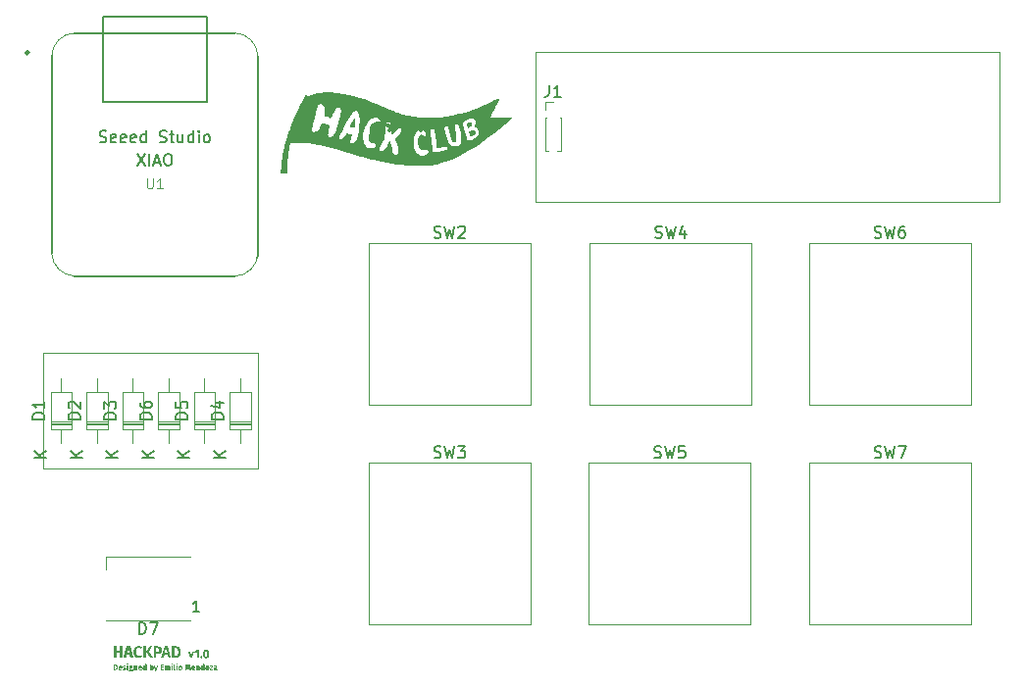
<source format=gbr>
%TF.GenerationSoftware,KiCad,Pcbnew,8.0.4-8.0.4-0~ubuntu22.04.1*%
%TF.CreationDate,2024-10-21T19:34:48-04:00*%
%TF.ProjectId,macropad,6d616372-6f70-4616-942e-6b696361645f,rev?*%
%TF.SameCoordinates,Original*%
%TF.FileFunction,Legend,Top*%
%TF.FilePolarity,Positive*%
%FSLAX46Y46*%
G04 Gerber Fmt 4.6, Leading zero omitted, Abs format (unit mm)*
G04 Created by KiCad (PCBNEW 8.0.4-8.0.4-0~ubuntu22.04.1) date 2024-10-21 19:34:48*
%MOMM*%
%LPD*%
G01*
G04 APERTURE LIST*
%ADD10C,0.100000*%
%ADD11C,0.125000*%
%ADD12C,0.187500*%
%ADD13C,0.200000*%
%ADD14C,0.150000*%
%ADD15C,0.300000*%
%ADD16C,0.101600*%
%ADD17C,0.120000*%
%ADD18C,0.000000*%
%ADD19C,0.127000*%
%ADD20C,0.254000*%
%ADD21C,0.025400*%
G04 APERTURE END LIST*
D10*
X99500000Y-97000000D02*
X118000000Y-97000000D01*
X118000000Y-107000000D01*
X99500000Y-107000000D01*
X99500000Y-97000000D01*
X142000000Y-71000000D02*
X182000000Y-71000000D01*
X182000000Y-84000000D01*
X142000000Y-84000000D01*
X142000000Y-71000000D01*
D11*
G36*
X105692618Y-123930542D02*
G01*
X105728527Y-123932528D01*
X105763301Y-123937411D01*
X105796371Y-123945785D01*
X105827165Y-123958242D01*
X105855113Y-123975378D01*
X105879645Y-123997784D01*
X105900190Y-124026055D01*
X105911390Y-124048454D01*
X105920396Y-124073899D01*
X105927037Y-124102565D01*
X105931146Y-124134630D01*
X105932554Y-124170268D01*
X105931203Y-124205156D01*
X105927258Y-124236778D01*
X105920884Y-124265274D01*
X105912241Y-124290785D01*
X105895383Y-124323758D01*
X105874340Y-124350802D01*
X105849662Y-124372387D01*
X105821899Y-124388988D01*
X105791601Y-124401077D01*
X105759318Y-124409127D01*
X105725600Y-124413610D01*
X105690997Y-124415000D01*
X105545429Y-124415000D01*
X105545429Y-124331713D01*
X105660223Y-124331713D01*
X105698080Y-124331713D01*
X105728768Y-124329067D01*
X105755558Y-124320169D01*
X105777917Y-124303580D01*
X105792255Y-124283805D01*
X105803143Y-124257448D01*
X105808880Y-124232919D01*
X105812406Y-124203963D01*
X105813607Y-124170268D01*
X105813033Y-124147098D01*
X105810089Y-124116643D01*
X105804790Y-124091008D01*
X105794332Y-124063669D01*
X105776340Y-124039223D01*
X105753566Y-124023942D01*
X105726746Y-124016065D01*
X105696615Y-124013831D01*
X105660223Y-124013831D01*
X105660223Y-124331713D01*
X105545429Y-124331713D01*
X105545429Y-123930422D01*
X105680495Y-123930422D01*
X105692618Y-123930542D01*
G37*
G36*
X106171216Y-124032843D02*
G01*
X106198507Y-124037086D01*
X106223426Y-124044865D01*
X106245854Y-124056082D01*
X106265673Y-124070642D01*
X106282766Y-124088447D01*
X106297016Y-124109402D01*
X106308303Y-124133409D01*
X106316512Y-124160373D01*
X106321523Y-124190195D01*
X106323220Y-124222780D01*
X106322917Y-124237713D01*
X106321144Y-124262714D01*
X106090823Y-124262714D01*
X106096136Y-124291354D01*
X106106797Y-124317088D01*
X106124650Y-124336756D01*
X106147742Y-124347129D01*
X106175453Y-124350153D01*
X106192106Y-124348998D01*
X106216467Y-124342850D01*
X106241158Y-124331245D01*
X106264357Y-124316203D01*
X106309909Y-124378852D01*
X106291729Y-124392070D01*
X106267816Y-124406072D01*
X106241537Y-124417472D01*
X106217772Y-124424550D01*
X106192259Y-124429052D01*
X106164951Y-124430631D01*
X106142446Y-124429706D01*
X106111368Y-124424945D01*
X106083515Y-124416312D01*
X106058898Y-124404009D01*
X106037528Y-124388235D01*
X106019416Y-124369191D01*
X106004573Y-124347078D01*
X105993010Y-124322096D01*
X105984736Y-124294445D01*
X105979765Y-124264326D01*
X105978105Y-124231939D01*
X105978817Y-124211300D01*
X105980710Y-124196158D01*
X106090823Y-124196158D01*
X106214654Y-124196158D01*
X106214654Y-124191273D01*
X106213705Y-124173074D01*
X106209328Y-124148986D01*
X106199082Y-124126690D01*
X106179528Y-124110386D01*
X106154570Y-124105544D01*
X106138301Y-124107369D01*
X106114802Y-124120863D01*
X106101775Y-124141784D01*
X106094341Y-124167961D01*
X106090823Y-124196158D01*
X105980710Y-124196158D01*
X105982533Y-124181574D01*
X105989388Y-124153614D01*
X105999335Y-124127740D01*
X106012330Y-124104274D01*
X106028327Y-124083537D01*
X106047281Y-124065850D01*
X106069147Y-124051534D01*
X106093879Y-124040911D01*
X106121432Y-124034301D01*
X106151762Y-124032027D01*
X106171216Y-124032843D01*
G37*
G36*
X106516416Y-124032027D02*
G01*
X106490997Y-124033311D01*
X106460221Y-124038807D01*
X106433250Y-124048246D01*
X106410345Y-124061210D01*
X106391772Y-124077284D01*
X106375045Y-124101115D01*
X106366011Y-124128340D01*
X106364497Y-124145966D01*
X106367165Y-124171776D01*
X106377428Y-124199008D01*
X106395419Y-124222263D01*
X106416338Y-124238679D01*
X106442662Y-124252468D01*
X106467623Y-124261649D01*
X106474406Y-124263691D01*
X106501965Y-124271909D01*
X106525660Y-124280530D01*
X106547010Y-124294862D01*
X106552808Y-124316081D01*
X106543238Y-124338670D01*
X106519008Y-124349808D01*
X106498953Y-124351618D01*
X106472061Y-124348947D01*
X106446395Y-124341421D01*
X106422308Y-124329774D01*
X106400157Y-124314738D01*
X106346301Y-124375432D01*
X106368635Y-124392725D01*
X106389939Y-124405105D01*
X106413483Y-124415351D01*
X106439076Y-124423190D01*
X106466524Y-124428352D01*
X106495635Y-124430566D01*
X106501639Y-124430631D01*
X106527078Y-124429444D01*
X106558928Y-124424249D01*
X106587847Y-124415067D01*
X106613210Y-124402056D01*
X106634395Y-124385371D01*
X106650779Y-124365167D01*
X106661741Y-124341602D01*
X106666658Y-124314830D01*
X106666870Y-124307655D01*
X106663881Y-124278611D01*
X106655053Y-124254274D01*
X106640591Y-124234037D01*
X106620704Y-124217293D01*
X106595598Y-124203436D01*
X106571895Y-124194022D01*
X106552076Y-124187732D01*
X106524898Y-124179195D01*
X106501714Y-124170400D01*
X106481151Y-124156948D01*
X106475750Y-124139616D01*
X106488334Y-124118069D01*
X106512521Y-124111456D01*
X106520568Y-124111161D01*
X106547409Y-124113620D01*
X106573474Y-124120747D01*
X106595924Y-124130696D01*
X106612281Y-124140226D01*
X106652948Y-124077578D01*
X106632220Y-124062990D01*
X106608868Y-124050876D01*
X106583230Y-124041521D01*
X106555644Y-124035211D01*
X106526448Y-124032231D01*
X106516416Y-124032027D01*
G37*
G36*
X106778122Y-123843593D02*
G01*
X106751723Y-123848408D01*
X106731151Y-123861683D01*
X106716699Y-123884549D01*
X106713032Y-123906608D01*
X106717792Y-123931479D01*
X106733357Y-123953486D01*
X106754733Y-123965788D01*
X106778122Y-123969501D01*
X106804636Y-123964688D01*
X106825460Y-123951427D01*
X106840189Y-123928603D01*
X106843946Y-123906608D01*
X106839070Y-123881667D01*
X106823220Y-123859620D01*
X106801602Y-123847307D01*
X106778122Y-123843593D01*
G37*
G36*
X106834176Y-124039842D02*
G01*
X106723534Y-124039842D01*
X106723534Y-124415000D01*
X106834176Y-124415000D01*
X106834176Y-124039842D01*
G37*
G36*
X107263189Y-124065732D02*
G01*
X107258235Y-124067628D01*
X107233334Y-124074401D01*
X107207292Y-124078184D01*
X107181167Y-124079934D01*
X107156088Y-124080387D01*
X107176329Y-124090271D01*
X107198837Y-124106387D01*
X107214587Y-124125940D01*
X107223625Y-124149788D01*
X107226064Y-124174298D01*
X107225890Y-124180906D01*
X107221793Y-124206117D01*
X107212448Y-124229084D01*
X107198116Y-124249410D01*
X107179060Y-124266700D01*
X107155541Y-124280560D01*
X107127822Y-124290595D01*
X107096163Y-124296409D01*
X107069993Y-124297763D01*
X107051863Y-124297090D01*
X107027250Y-124293611D01*
X107015404Y-124314127D01*
X107030744Y-124333131D01*
X107055949Y-124335987D01*
X107112002Y-124335987D01*
X107143039Y-124338064D01*
X107170844Y-124344085D01*
X107195136Y-124353736D01*
X107220138Y-124370423D01*
X107238671Y-124391674D01*
X107250191Y-124416874D01*
X107254152Y-124445408D01*
X107251012Y-124473503D01*
X107241648Y-124498414D01*
X107226144Y-124519968D01*
X107204586Y-124537991D01*
X107177057Y-124552310D01*
X107152542Y-124560515D01*
X107124753Y-124566466D01*
X107093723Y-124570091D01*
X107059490Y-124571315D01*
X107034309Y-124570778D01*
X107000876Y-124567996D01*
X106972356Y-124562913D01*
X106948422Y-124555611D01*
X106923075Y-124542559D01*
X106904517Y-124525893D01*
X106889680Y-124500269D01*
X106883551Y-124476168D01*
X106881681Y-124449071D01*
X106981088Y-124449071D01*
X106981262Y-124455235D01*
X106989074Y-124479500D01*
X107010277Y-124492498D01*
X107034556Y-124496820D01*
X107062299Y-124497920D01*
X107084445Y-124497042D01*
X107113198Y-124491626D01*
X107134476Y-124478588D01*
X107142777Y-124453468D01*
X107136864Y-124432814D01*
X107115980Y-124418521D01*
X107089532Y-124415000D01*
X107035676Y-124415000D01*
X107014098Y-124414137D01*
X106989162Y-124410465D01*
X106963898Y-124402274D01*
X106941777Y-124387990D01*
X106926493Y-124366550D01*
X106921615Y-124341605D01*
X106922417Y-124331590D01*
X106930947Y-124307291D01*
X106945596Y-124287556D01*
X106965701Y-124271263D01*
X106941873Y-124256234D01*
X106923712Y-124239391D01*
X106909172Y-124217055D01*
X106901205Y-124191379D01*
X106899145Y-124166360D01*
X106899213Y-124165017D01*
X107009054Y-124165017D01*
X107010085Y-124179017D01*
X107019418Y-124204194D01*
X107039662Y-124221349D01*
X107065108Y-124226444D01*
X107083783Y-124224209D01*
X107106721Y-124210614D01*
X107118262Y-124187943D01*
X107121039Y-124163551D01*
X107119664Y-124146298D01*
X107110281Y-124123024D01*
X107089509Y-124108442D01*
X107065108Y-124104933D01*
X107049978Y-124106551D01*
X107026085Y-124118991D01*
X107012987Y-124139761D01*
X107009054Y-124165017D01*
X106899213Y-124165017D01*
X106899908Y-124151267D01*
X106905861Y-124123353D01*
X106917382Y-124098677D01*
X106934068Y-124077489D01*
X106955518Y-124060040D01*
X106981329Y-124046580D01*
X107011100Y-124037360D01*
X107035784Y-124033378D01*
X107062299Y-124032027D01*
X107084623Y-124031978D01*
X107111797Y-124029978D01*
X107142131Y-124024750D01*
X107169113Y-124016985D01*
X107193478Y-124007216D01*
X107215962Y-123995974D01*
X107237299Y-123983789D01*
X107263189Y-124065732D01*
G37*
G36*
X107524040Y-124032027D02*
G01*
X107499083Y-124034018D01*
X107472458Y-124041350D01*
X107448128Y-124054030D01*
X107428793Y-124069122D01*
X107410589Y-124088080D01*
X107402896Y-124039842D01*
X107306297Y-124039842D01*
X107306297Y-124415000D01*
X107416939Y-124415000D01*
X107416939Y-124161475D01*
X107431787Y-124141007D01*
X107451238Y-124122957D01*
X107474504Y-124113697D01*
X107481297Y-124113237D01*
X107504580Y-124120792D01*
X107514975Y-124143797D01*
X107516346Y-124162941D01*
X107516346Y-124415000D01*
X107626866Y-124415000D01*
X107626866Y-124144012D01*
X107625088Y-124118934D01*
X107618017Y-124091653D01*
X107605830Y-124069150D01*
X107584857Y-124048848D01*
X107562427Y-124037842D01*
X107535801Y-124032509D01*
X107524040Y-124032027D01*
G37*
G36*
X107881893Y-124032843D02*
G01*
X107909184Y-124037086D01*
X107934103Y-124044865D01*
X107956531Y-124056082D01*
X107976350Y-124070642D01*
X107993443Y-124088447D01*
X108007693Y-124109402D01*
X108018980Y-124133409D01*
X108027189Y-124160373D01*
X108032200Y-124190195D01*
X108033897Y-124222780D01*
X108033594Y-124237713D01*
X108031821Y-124262714D01*
X107801500Y-124262714D01*
X107806813Y-124291354D01*
X107817474Y-124317088D01*
X107835327Y-124336756D01*
X107858419Y-124347129D01*
X107886130Y-124350153D01*
X107902783Y-124348998D01*
X107927144Y-124342850D01*
X107951835Y-124331245D01*
X107975034Y-124316203D01*
X108020586Y-124378852D01*
X108002406Y-124392070D01*
X107978493Y-124406072D01*
X107952214Y-124417472D01*
X107928449Y-124424550D01*
X107902936Y-124429052D01*
X107875628Y-124430631D01*
X107853122Y-124429706D01*
X107822044Y-124424945D01*
X107794192Y-124416312D01*
X107769575Y-124404009D01*
X107748205Y-124388235D01*
X107730093Y-124369191D01*
X107715250Y-124347078D01*
X107703687Y-124322096D01*
X107695413Y-124294445D01*
X107690441Y-124264326D01*
X107688782Y-124231939D01*
X107689494Y-124211300D01*
X107691387Y-124196158D01*
X107801500Y-124196158D01*
X107925331Y-124196158D01*
X107925331Y-124191273D01*
X107924382Y-124173074D01*
X107920005Y-124148986D01*
X107909759Y-124126690D01*
X107890204Y-124110386D01*
X107865247Y-124105544D01*
X107848978Y-124107369D01*
X107825479Y-124120863D01*
X107812452Y-124141784D01*
X107805018Y-124167961D01*
X107801500Y-124196158D01*
X107691387Y-124196158D01*
X107693210Y-124181574D01*
X107700065Y-124153614D01*
X107710012Y-124127740D01*
X107723007Y-124104274D01*
X107739004Y-124083537D01*
X107757958Y-124065850D01*
X107779824Y-124051534D01*
X107804556Y-124040911D01*
X107832109Y-124034301D01*
X107862438Y-124032027D01*
X107881893Y-124032843D01*
G37*
G36*
X108429448Y-123899159D02*
G01*
X108429448Y-124415000D01*
X108331385Y-124415000D01*
X108325767Y-124375432D01*
X108314691Y-124389324D01*
X108296057Y-124406421D01*
X108273496Y-124419750D01*
X108246701Y-124428174D01*
X108220132Y-124430631D01*
X108211410Y-124430402D01*
X108179310Y-124425015D01*
X108151665Y-124412762D01*
X108128465Y-124394032D01*
X108109703Y-124369212D01*
X108098538Y-124346834D01*
X108089860Y-124321412D01*
X108083666Y-124293110D01*
X108079953Y-124262091D01*
X108078810Y-124231085D01*
X108193510Y-124231085D01*
X108193583Y-124239655D01*
X108195296Y-124270074D01*
X108200433Y-124300010D01*
X108210546Y-124325393D01*
X108229780Y-124344188D01*
X108254326Y-124349542D01*
X108259246Y-124349375D01*
X108283910Y-124342484D01*
X108303303Y-124327489D01*
X108318806Y-124306922D01*
X108318806Y-124144501D01*
X108306066Y-124131174D01*
X108285412Y-124117495D01*
X108260676Y-124112627D01*
X108239921Y-124116327D01*
X108219585Y-124130585D01*
X108206234Y-124152062D01*
X108198492Y-124176975D01*
X108194788Y-124201767D01*
X108193510Y-124231085D01*
X108078810Y-124231085D01*
X108078715Y-124228520D01*
X108079414Y-124207436D01*
X108083016Y-124177401D01*
X108089556Y-124149492D01*
X108098892Y-124123953D01*
X108110884Y-124101028D01*
X108125388Y-124080961D01*
X108148390Y-124059071D01*
X108175271Y-124043274D01*
X108205695Y-124034147D01*
X108230635Y-124032027D01*
X108250422Y-124033398D01*
X108274589Y-124039261D01*
X108298538Y-124050843D01*
X108318806Y-124067076D01*
X108318806Y-123883527D01*
X108429448Y-123899159D01*
G37*
G36*
X108792027Y-124081852D02*
G01*
X108801048Y-124070841D01*
X108819680Y-124054515D01*
X108841440Y-124042313D01*
X108865753Y-124034671D01*
X108892044Y-124032027D01*
X108900262Y-124032241D01*
X108930767Y-124037332D01*
X108957403Y-124049008D01*
X108980063Y-124067026D01*
X108998636Y-124091141D01*
X109009820Y-124113081D01*
X109018598Y-124138210D01*
X109024925Y-124166424D01*
X109028755Y-124197620D01*
X109030041Y-124231695D01*
X109029398Y-124253109D01*
X109026059Y-124283586D01*
X109019953Y-124311877D01*
X109011170Y-124337743D01*
X108999799Y-124360941D01*
X108985930Y-124381232D01*
X108963710Y-124403345D01*
X108937422Y-124419290D01*
X108907281Y-124428494D01*
X108882274Y-124430631D01*
X108878427Y-124430578D01*
X108852813Y-124427330D01*
X108826557Y-124417869D01*
X108803827Y-124402913D01*
X108784944Y-124383126D01*
X108779326Y-124415000D01*
X108681385Y-124415000D01*
X108681385Y-124157323D01*
X108792027Y-124157323D01*
X108792027Y-124314005D01*
X108803632Y-124329236D01*
X108824940Y-124344705D01*
X108850034Y-124350153D01*
X108867191Y-124347822D01*
X108890158Y-124333271D01*
X108903049Y-124312292D01*
X108910484Y-124287350D01*
X108914028Y-124262065D01*
X108915247Y-124231695D01*
X108915174Y-124222932D01*
X108913455Y-124191972D01*
X108908318Y-124161796D01*
X108898242Y-124136563D01*
X108879183Y-124118283D01*
X108855041Y-124113237D01*
X108850344Y-124113428D01*
X108826133Y-124121004D01*
X108806838Y-124136740D01*
X108792027Y-124157323D01*
X108681385Y-124157323D01*
X108681385Y-123899159D01*
X108792027Y-123883527D01*
X108792027Y-124081852D01*
G37*
G36*
X109417044Y-124039842D02*
G01*
X109302983Y-124039842D01*
X109230198Y-124343681D01*
X109163642Y-124039842D01*
X109046039Y-124039842D01*
X109159490Y-124415000D01*
X109197226Y-124415000D01*
X109184890Y-124439261D01*
X109169641Y-124458444D01*
X109149903Y-124473138D01*
X109124102Y-124483933D01*
X109096833Y-124490375D01*
X109077547Y-124493279D01*
X109089515Y-124571315D01*
X109120981Y-124568286D01*
X109149708Y-124562734D01*
X109175795Y-124554703D01*
X109199342Y-124544241D01*
X109220451Y-124531393D01*
X109244974Y-124510630D01*
X109265577Y-124485815D01*
X109278600Y-124464611D01*
X109289651Y-124441234D01*
X109298831Y-124415732D01*
X109417044Y-124039842D01*
G37*
G36*
X109921284Y-123930422D02*
G01*
X109623796Y-123930422D01*
X109623796Y-124415000D01*
X109921284Y-124415000D01*
X109921284Y-124332445D01*
X109738590Y-124332445D01*
X109738590Y-124206416D01*
X109887700Y-124206416D01*
X109887700Y-124125816D01*
X109738590Y-124125816D01*
X109738590Y-124012365D01*
X109909438Y-124012365D01*
X109921284Y-123930422D01*
G37*
G36*
X110393649Y-124032027D02*
G01*
X110368207Y-124034100D01*
X110341629Y-124041753D01*
X110317890Y-124055038D01*
X110296460Y-124073945D01*
X110282274Y-124090889D01*
X110270606Y-124068508D01*
X110251578Y-124049189D01*
X110227312Y-124036919D01*
X110202467Y-124032272D01*
X110194836Y-124032027D01*
X110170428Y-124034013D01*
X110144770Y-124041300D01*
X110121722Y-124053851D01*
X110100840Y-124071574D01*
X110087002Y-124087348D01*
X110079309Y-124039842D01*
X109982711Y-124039842D01*
X109982711Y-124415000D01*
X110093353Y-124415000D01*
X110093353Y-124161475D01*
X110107315Y-124138814D01*
X110126163Y-124120418D01*
X110150017Y-124113237D01*
X110173147Y-124124858D01*
X110180862Y-124149550D01*
X110181524Y-124162941D01*
X110181524Y-124415000D01*
X110292166Y-124415000D01*
X110292166Y-124161475D01*
X110306003Y-124138814D01*
X110324655Y-124120418D01*
X110348831Y-124113237D01*
X110371961Y-124124858D01*
X110379675Y-124149550D01*
X110380338Y-124162941D01*
X110380338Y-124415000D01*
X110490980Y-124415000D01*
X110490980Y-124144012D01*
X110489152Y-124118934D01*
X110482003Y-124091653D01*
X110469931Y-124069150D01*
X110449669Y-124048848D01*
X110423945Y-124036313D01*
X110398978Y-124032148D01*
X110393649Y-124032027D01*
G37*
G36*
X110628855Y-123843593D02*
G01*
X110602456Y-123848408D01*
X110581884Y-123861683D01*
X110567431Y-123884549D01*
X110563764Y-123906608D01*
X110568525Y-123931479D01*
X110584090Y-123953486D01*
X110605465Y-123965788D01*
X110628855Y-123969501D01*
X110655369Y-123964688D01*
X110676192Y-123951427D01*
X110690922Y-123928603D01*
X110694678Y-123906608D01*
X110689803Y-123881667D01*
X110673953Y-123859620D01*
X110652334Y-123847307D01*
X110628855Y-123843593D01*
G37*
G36*
X110684909Y-124039842D02*
G01*
X110574267Y-124039842D01*
X110574267Y-124415000D01*
X110684909Y-124415000D01*
X110684909Y-124039842D01*
G37*
G36*
X110870289Y-124430631D02*
G01*
X110896574Y-124428813D01*
X110921754Y-124423512D01*
X110937456Y-124418053D01*
X110915840Y-124339651D01*
X110897644Y-124343192D01*
X110879135Y-124326573D01*
X110878715Y-124319867D01*
X110878715Y-123883527D01*
X110768073Y-123899159D01*
X110768073Y-124324263D01*
X110770803Y-124353820D01*
X110778818Y-124378913D01*
X110795047Y-124402818D01*
X110818064Y-124419588D01*
X110842106Y-124427833D01*
X110870289Y-124430631D01*
G37*
G36*
X111033810Y-123843593D02*
G01*
X111007410Y-123848408D01*
X110986839Y-123861683D01*
X110972386Y-123884549D01*
X110968719Y-123906608D01*
X110973480Y-123931479D01*
X110989044Y-123953486D01*
X111010420Y-123965788D01*
X111033810Y-123969501D01*
X111060323Y-123964688D01*
X111081147Y-123951427D01*
X111095876Y-123928603D01*
X111099633Y-123906608D01*
X111094758Y-123881667D01*
X111078907Y-123859620D01*
X111057289Y-123847307D01*
X111033810Y-123843593D01*
G37*
G36*
X111089863Y-124039842D02*
G01*
X110979221Y-124039842D01*
X110979221Y-124415000D01*
X111089863Y-124415000D01*
X111089863Y-124039842D01*
G37*
G36*
X111358267Y-124032876D02*
G01*
X111387332Y-124037294D01*
X111413838Y-124045399D01*
X111437667Y-124057098D01*
X111458700Y-124072296D01*
X111476820Y-124090899D01*
X111491910Y-124112813D01*
X111503852Y-124137944D01*
X111512527Y-124166197D01*
X111517819Y-124197479D01*
X111519609Y-124231695D01*
X111518810Y-124253793D01*
X111514673Y-124284971D01*
X111507112Y-124313629D01*
X111496246Y-124339587D01*
X111482193Y-124362666D01*
X111465070Y-124382686D01*
X111444994Y-124399468D01*
X111422084Y-124412833D01*
X111396458Y-124422601D01*
X111368232Y-124428594D01*
X111337526Y-124430631D01*
X111316907Y-124429783D01*
X111287972Y-124425372D01*
X111261541Y-124417278D01*
X111237743Y-124405593D01*
X111216705Y-124390412D01*
X111198554Y-124371826D01*
X111183418Y-124349928D01*
X111171423Y-124324813D01*
X111162698Y-124296571D01*
X111157369Y-124265298D01*
X111155565Y-124231085D01*
X111270359Y-124231085D01*
X111270948Y-124253336D01*
X111273568Y-124279117D01*
X111279793Y-124305327D01*
X111291594Y-124328381D01*
X111311338Y-124344399D01*
X111337526Y-124349542D01*
X111360378Y-124345657D01*
X111381075Y-124330979D01*
X111393697Y-124309291D01*
X111400603Y-124284524D01*
X111403762Y-124260181D01*
X111404815Y-124231695D01*
X111404222Y-124209444D01*
X111401590Y-124183663D01*
X111395341Y-124157453D01*
X111383507Y-124134399D01*
X111363728Y-124118381D01*
X111337526Y-124113237D01*
X111314684Y-124117122D01*
X111294020Y-124131801D01*
X111281432Y-124153489D01*
X111274551Y-124178256D01*
X111271407Y-124202599D01*
X111270359Y-124231085D01*
X111155565Y-124231085D01*
X111156363Y-124208986D01*
X111160500Y-124177801D01*
X111168059Y-124149132D01*
X111178922Y-124123159D01*
X111192970Y-124100064D01*
X111210086Y-124080027D01*
X111230149Y-124063229D01*
X111253044Y-124049849D01*
X111278650Y-124040068D01*
X111306850Y-124034067D01*
X111337526Y-124032027D01*
X111358267Y-124032876D01*
G37*
G36*
X112197871Y-123930422D02*
G01*
X112052302Y-123930422D01*
X111984403Y-124259173D01*
X111911496Y-123930422D01*
X111766660Y-123930422D01*
X111730268Y-124415000D01*
X111842254Y-124415000D01*
X111850680Y-124227055D01*
X111851597Y-124201921D01*
X111852225Y-124177298D01*
X111852565Y-124146895D01*
X111852362Y-124116502D01*
X111851776Y-124091904D01*
X111850785Y-124066810D01*
X111849362Y-124040998D01*
X111848482Y-124027752D01*
X111928349Y-124364075D01*
X112036793Y-124364075D01*
X112111775Y-124027752D01*
X112110470Y-124056595D01*
X112109829Y-124086610D01*
X112109747Y-124111280D01*
X112110009Y-124136382D01*
X112110579Y-124161773D01*
X112111422Y-124187312D01*
X112112501Y-124212858D01*
X112113119Y-124225589D01*
X112121545Y-124415000D01*
X112234263Y-124415000D01*
X112197871Y-123930422D01*
G37*
G36*
X112472681Y-124032843D02*
G01*
X112499973Y-124037086D01*
X112524891Y-124044865D01*
X112547319Y-124056082D01*
X112567138Y-124070642D01*
X112584232Y-124088447D01*
X112598481Y-124109402D01*
X112609769Y-124133409D01*
X112617977Y-124160373D01*
X112622989Y-124190195D01*
X112624685Y-124222780D01*
X112624383Y-124237713D01*
X112622609Y-124262714D01*
X112392288Y-124262714D01*
X112397601Y-124291354D01*
X112408262Y-124317088D01*
X112426115Y-124336756D01*
X112449208Y-124347129D01*
X112476919Y-124350153D01*
X112493572Y-124348998D01*
X112517933Y-124342850D01*
X112542624Y-124331245D01*
X112565823Y-124316203D01*
X112611374Y-124378852D01*
X112593195Y-124392070D01*
X112569282Y-124406072D01*
X112543003Y-124417472D01*
X112519237Y-124424550D01*
X112493724Y-124429052D01*
X112466416Y-124430631D01*
X112443911Y-124429706D01*
X112412833Y-124424945D01*
X112384980Y-124416312D01*
X112360364Y-124404009D01*
X112338994Y-124388235D01*
X112320882Y-124369191D01*
X112306039Y-124347078D01*
X112294475Y-124322096D01*
X112286202Y-124294445D01*
X112281230Y-124264326D01*
X112279570Y-124231939D01*
X112280282Y-124211300D01*
X112282175Y-124196158D01*
X112392288Y-124196158D01*
X112516120Y-124196158D01*
X112516120Y-124191273D01*
X112515171Y-124173074D01*
X112510793Y-124148986D01*
X112500548Y-124126690D01*
X112480993Y-124110386D01*
X112456036Y-124105544D01*
X112439766Y-124107369D01*
X112416268Y-124120863D01*
X112403241Y-124141784D01*
X112395807Y-124167961D01*
X112392288Y-124196158D01*
X112282175Y-124196158D01*
X112283999Y-124181574D01*
X112290853Y-124153614D01*
X112300801Y-124127740D01*
X112313795Y-124104274D01*
X112329793Y-124083537D01*
X112348747Y-124065850D01*
X112370612Y-124051534D01*
X112395345Y-124040911D01*
X112422898Y-124034301D01*
X112453227Y-124032027D01*
X112472681Y-124032843D01*
G37*
G36*
X112904710Y-124032027D02*
G01*
X112879753Y-124034018D01*
X112853128Y-124041350D01*
X112828798Y-124054030D01*
X112809463Y-124069122D01*
X112791259Y-124088080D01*
X112783565Y-124039842D01*
X112686967Y-124039842D01*
X112686967Y-124415000D01*
X112797609Y-124415000D01*
X112797609Y-124161475D01*
X112812457Y-124141007D01*
X112831908Y-124122957D01*
X112855174Y-124113697D01*
X112861967Y-124113237D01*
X112885250Y-124120792D01*
X112895645Y-124143797D01*
X112897016Y-124162941D01*
X112897016Y-124415000D01*
X113007536Y-124415000D01*
X113007536Y-124144012D01*
X113005758Y-124118934D01*
X112998687Y-124091653D01*
X112986500Y-124069150D01*
X112965527Y-124048848D01*
X112943097Y-124037842D01*
X112916471Y-124032509D01*
X112904710Y-124032027D01*
G37*
G36*
X113423726Y-123899159D02*
G01*
X113423726Y-124415000D01*
X113325662Y-124415000D01*
X113320045Y-124375432D01*
X113308969Y-124389324D01*
X113290335Y-124406421D01*
X113267774Y-124419750D01*
X113240979Y-124428174D01*
X113214410Y-124430631D01*
X113205688Y-124430402D01*
X113173588Y-124425015D01*
X113145943Y-124412762D01*
X113122743Y-124394032D01*
X113103981Y-124369212D01*
X113092816Y-124346834D01*
X113084138Y-124321412D01*
X113077944Y-124293110D01*
X113074230Y-124262091D01*
X113073088Y-124231085D01*
X113187787Y-124231085D01*
X113187861Y-124239655D01*
X113189574Y-124270074D01*
X113194710Y-124300010D01*
X113204823Y-124325393D01*
X113224057Y-124344188D01*
X113248604Y-124349542D01*
X113253523Y-124349375D01*
X113278187Y-124342484D01*
X113297580Y-124327489D01*
X113313084Y-124306922D01*
X113313084Y-124144501D01*
X113300343Y-124131174D01*
X113279690Y-124117495D01*
X113254954Y-124112627D01*
X113234199Y-124116327D01*
X113213862Y-124130585D01*
X113200512Y-124152062D01*
X113192770Y-124176975D01*
X113189066Y-124201767D01*
X113187787Y-124231085D01*
X113073088Y-124231085D01*
X113072993Y-124228520D01*
X113073692Y-124207436D01*
X113077293Y-124177401D01*
X113083833Y-124149492D01*
X113093170Y-124123953D01*
X113105161Y-124101028D01*
X113119665Y-124080961D01*
X113142668Y-124059071D01*
X113169549Y-124043274D01*
X113199972Y-124034147D01*
X113224912Y-124032027D01*
X113244700Y-124033398D01*
X113268867Y-124039261D01*
X113292816Y-124050843D01*
X113313084Y-124067076D01*
X113313084Y-123883527D01*
X113423726Y-123899159D01*
G37*
G36*
X113691763Y-124032876D02*
G01*
X113720828Y-124037294D01*
X113747334Y-124045399D01*
X113771163Y-124057098D01*
X113792196Y-124072296D01*
X113810317Y-124090899D01*
X113825406Y-124112813D01*
X113837348Y-124137944D01*
X113846023Y-124166197D01*
X113851315Y-124197479D01*
X113853105Y-124231695D01*
X113852306Y-124253793D01*
X113848169Y-124284971D01*
X113840608Y-124313629D01*
X113829743Y-124339587D01*
X113815689Y-124362666D01*
X113798566Y-124382686D01*
X113778490Y-124399468D01*
X113755581Y-124412833D01*
X113729954Y-124422601D01*
X113701729Y-124428594D01*
X113671022Y-124430631D01*
X113650403Y-124429783D01*
X113621468Y-124425372D01*
X113595037Y-124417278D01*
X113571240Y-124405593D01*
X113550201Y-124390412D01*
X113532050Y-124371826D01*
X113516914Y-124349928D01*
X113504919Y-124324813D01*
X113496194Y-124296571D01*
X113490865Y-124265298D01*
X113489061Y-124231085D01*
X113603855Y-124231085D01*
X113604444Y-124253336D01*
X113607065Y-124279117D01*
X113613290Y-124305327D01*
X113625090Y-124328381D01*
X113644834Y-124344399D01*
X113671022Y-124349542D01*
X113693874Y-124345657D01*
X113714571Y-124330979D01*
X113727193Y-124309291D01*
X113734099Y-124284524D01*
X113737258Y-124260181D01*
X113738311Y-124231695D01*
X113737718Y-124209444D01*
X113735086Y-124183663D01*
X113728837Y-124157453D01*
X113717003Y-124134399D01*
X113697225Y-124118381D01*
X113671022Y-124113237D01*
X113648181Y-124117122D01*
X113627516Y-124131801D01*
X113614928Y-124153489D01*
X113608047Y-124178256D01*
X113604903Y-124202599D01*
X113603855Y-124231085D01*
X113489061Y-124231085D01*
X113489859Y-124208986D01*
X113493996Y-124177801D01*
X113501555Y-124149132D01*
X113512418Y-124123159D01*
X113526466Y-124100064D01*
X113543582Y-124080027D01*
X113563646Y-124063229D01*
X113586540Y-124049849D01*
X113612146Y-124040068D01*
X113640346Y-124034067D01*
X113671022Y-124032027D01*
X113691763Y-124032876D01*
G37*
G36*
X114173918Y-124039842D02*
G01*
X113892428Y-124039842D01*
X113892428Y-124123251D01*
X114046545Y-124123251D01*
X113877773Y-124336598D01*
X113877773Y-124415000D01*
X114167568Y-124415000D01*
X114177337Y-124331102D01*
X114005879Y-124331102D01*
X114173918Y-124117634D01*
X114173918Y-124039842D01*
G37*
G36*
X114374112Y-124032160D02*
G01*
X114401760Y-124034155D01*
X114433737Y-124040514D01*
X114460296Y-124051063D01*
X114481618Y-124065763D01*
X114497886Y-124084572D01*
X114509280Y-124107452D01*
X114515984Y-124134362D01*
X114518178Y-124165261D01*
X114518178Y-124308510D01*
X114518269Y-124313548D01*
X114523463Y-124337505D01*
X114543335Y-124352718D01*
X114520254Y-124422815D01*
X114493495Y-124419169D01*
X114468037Y-124410863D01*
X114445533Y-124395201D01*
X114430617Y-124374699D01*
X114414220Y-124395189D01*
X114395163Y-124410536D01*
X114370212Y-124422573D01*
X114343066Y-124429007D01*
X114318632Y-124430631D01*
X114292149Y-124428421D01*
X114268449Y-124421993D01*
X114243090Y-124408492D01*
X114222891Y-124389472D01*
X114208300Y-124365530D01*
X114199769Y-124337260D01*
X114197609Y-124311929D01*
X114198181Y-124304357D01*
X114307519Y-124304357D01*
X114311212Y-124326352D01*
X114326876Y-124345579D01*
X114350872Y-124351618D01*
X114371233Y-124348526D01*
X114393726Y-124335471D01*
X114409612Y-124315593D01*
X114409612Y-124249281D01*
X114382379Y-124249281D01*
X114377727Y-124249333D01*
X114352998Y-124251843D01*
X114328436Y-124261154D01*
X114312123Y-124279987D01*
X114307519Y-124304357D01*
X114198181Y-124304357D01*
X114199224Y-124290539D01*
X114206336Y-124264980D01*
X114219006Y-124242904D01*
X114237112Y-124224417D01*
X114260532Y-124209624D01*
X114289144Y-124198632D01*
X114313938Y-124192945D01*
X114341532Y-124189500D01*
X114371877Y-124188342D01*
X114409612Y-124188342D01*
X114409612Y-124171856D01*
X114407701Y-124149475D01*
X114395202Y-124125160D01*
X114372628Y-124114781D01*
X114346720Y-124112627D01*
X114326686Y-124113955D01*
X114299893Y-124118508D01*
X114273523Y-124125121D01*
X114249389Y-124132777D01*
X114224110Y-124059382D01*
X114232949Y-124056197D01*
X114259872Y-124047740D01*
X114286988Y-124041003D01*
X114313766Y-124036077D01*
X114339675Y-124033055D01*
X114364183Y-124032027D01*
X114374112Y-124032160D01*
G37*
D12*
G36*
X112544966Y-122809764D02*
G01*
X112375889Y-122809764D01*
X112272941Y-123246653D01*
X112174206Y-122809764D01*
X111993588Y-122809764D01*
X112173107Y-123372500D01*
X112369478Y-123372500D01*
X112544966Y-122809764D01*
G37*
G36*
X112939541Y-122653143D02*
G01*
X112791530Y-122653143D01*
X112552110Y-122798040D01*
X112624651Y-122910148D01*
X112776875Y-122815259D01*
X112776875Y-123372500D01*
X112939541Y-123372500D01*
X112939541Y-122653143D01*
G37*
G36*
X113151666Y-123205987D02*
G01*
X113114188Y-123213517D01*
X113080747Y-123237244D01*
X113060452Y-123272672D01*
X113056228Y-123300509D01*
X113063618Y-123337523D01*
X113087186Y-123371042D01*
X113118538Y-123390120D01*
X113151666Y-123395947D01*
X113188614Y-123388402D01*
X113221762Y-123364553D01*
X113241970Y-123328771D01*
X113246188Y-123300509D01*
X113238812Y-123264024D01*
X113215367Y-123230797D01*
X113179911Y-123210299D01*
X113151666Y-123205987D01*
G37*
G36*
X113616955Y-122655327D02*
G01*
X113659526Y-122665643D01*
X113697704Y-122682684D01*
X113731427Y-122706324D01*
X113760634Y-122736439D01*
X113785264Y-122772903D01*
X113805254Y-122815592D01*
X113820544Y-122864381D01*
X113828095Y-122900234D01*
X113833511Y-122938705D01*
X113836774Y-122979757D01*
X113837866Y-123023354D01*
X113836774Y-123066813D01*
X113833511Y-123107788D01*
X113828095Y-123146236D01*
X113820544Y-123182113D01*
X113805254Y-123231010D01*
X113785264Y-123273872D01*
X113760634Y-123310550D01*
X113731427Y-123340894D01*
X113697704Y-123364756D01*
X113659526Y-123381984D01*
X113616955Y-123392431D01*
X113570054Y-123395947D01*
X113523194Y-123392431D01*
X113480649Y-123381984D01*
X113442483Y-123364756D01*
X113408761Y-123340894D01*
X113379546Y-123310550D01*
X113354903Y-123273872D01*
X113334896Y-123231010D01*
X113319589Y-123182113D01*
X113312028Y-123146236D01*
X113306604Y-123107788D01*
X113303335Y-123066813D01*
X113302241Y-123023354D01*
X113472418Y-123023354D01*
X113473176Y-123073113D01*
X113475494Y-123116476D01*
X113479432Y-123153771D01*
X113487311Y-123194626D01*
X113501586Y-123232529D01*
X113530347Y-123263738D01*
X113570054Y-123273215D01*
X113609394Y-123264210D01*
X113638141Y-123233890D01*
X113652527Y-123196437D01*
X113660518Y-123155608D01*
X113664534Y-123118040D01*
X113666909Y-123074086D01*
X113667690Y-123023354D01*
X113666909Y-122972438D01*
X113664534Y-122928430D01*
X113660518Y-122890914D01*
X113652527Y-122850275D01*
X113638141Y-122813175D01*
X113609394Y-122783360D01*
X113570054Y-122774593D01*
X113563681Y-122774772D01*
X113525586Y-122786955D01*
X113501586Y-122814890D01*
X113487311Y-122852558D01*
X113479432Y-122893229D01*
X113475494Y-122930402D01*
X113473176Y-122973665D01*
X113472418Y-123023354D01*
X113302241Y-123023354D01*
X113303335Y-122979757D01*
X113306604Y-122938705D01*
X113312028Y-122900234D01*
X113319589Y-122864381D01*
X113334896Y-122815592D01*
X113354903Y-122772903D01*
X113379546Y-122736439D01*
X113408761Y-122706324D01*
X113442483Y-122682684D01*
X113480649Y-122665643D01*
X113523194Y-122655327D01*
X113570054Y-122651861D01*
X113616955Y-122655327D01*
G37*
D13*
G36*
X106111828Y-123330000D02*
G01*
X106341416Y-123330000D01*
X106341416Y-122360844D01*
X106111828Y-122360844D01*
X106111828Y-122736001D01*
X105820446Y-122736001D01*
X105820446Y-122360844D01*
X105590858Y-122360844D01*
X105590858Y-123330000D01*
X105820446Y-123330000D01*
X105820446Y-122915275D01*
X106111828Y-122915275D01*
X106111828Y-123330000D01*
G37*
G36*
X107277599Y-123330000D02*
G01*
X107033845Y-123330000D01*
X106983531Y-123121660D01*
X106700697Y-123121660D01*
X106651605Y-123330000D01*
X106413712Y-123330000D01*
X106526978Y-122954842D01*
X106740020Y-122954842D01*
X106944452Y-122954842D01*
X106842114Y-122527662D01*
X106740020Y-122954842D01*
X106526978Y-122954842D01*
X106706315Y-122360844D01*
X106984996Y-122360844D01*
X107277599Y-123330000D01*
G37*
G36*
X107730914Y-122329581D02*
G01*
X107661850Y-122334364D01*
X107596721Y-122348603D01*
X107536150Y-122372132D01*
X107480763Y-122404787D01*
X107431182Y-122446401D01*
X107388034Y-122496810D01*
X107351941Y-122555847D01*
X107323528Y-122623348D01*
X107309161Y-122672968D01*
X107298670Y-122726228D01*
X107292240Y-122783077D01*
X107290055Y-122843468D01*
X107292117Y-122905110D01*
X107298215Y-122962979D01*
X107308218Y-123017049D01*
X107321994Y-123067290D01*
X107339412Y-123113674D01*
X107372082Y-123175956D01*
X107412207Y-123229402D01*
X107459346Y-123273915D01*
X107513055Y-123309401D01*
X107572891Y-123335764D01*
X107638410Y-123352908D01*
X107709170Y-123360739D01*
X107733845Y-123361263D01*
X107782824Y-123358555D01*
X107839983Y-123348243D01*
X107892387Y-123331425D01*
X107939777Y-123309373D01*
X107981896Y-123283364D01*
X108025120Y-123248724D01*
X108037683Y-123236699D01*
X107935345Y-123103586D01*
X107892221Y-123134716D01*
X107847540Y-123160098D01*
X107799195Y-123177191D01*
X107745080Y-123183454D01*
X107687990Y-123175893D01*
X107638255Y-123152663D01*
X107596825Y-123112941D01*
X107570299Y-123068738D01*
X107550183Y-123013033D01*
X107539595Y-122963454D01*
X107533092Y-122906991D01*
X107530879Y-122843468D01*
X107533125Y-122778820D01*
X107539702Y-122721443D01*
X107550368Y-122671138D01*
X107570533Y-122614722D01*
X107596967Y-122570051D01*
X107637952Y-122530011D01*
X107686719Y-122506663D01*
X107742149Y-122499085D01*
X107795327Y-122504986D01*
X107844622Y-122521951D01*
X107891599Y-122548869D01*
X107917271Y-122567718D01*
X108026448Y-122436071D01*
X107987704Y-122406180D01*
X107938889Y-122376491D01*
X107886382Y-122353806D01*
X107838922Y-122340456D01*
X107787335Y-122332327D01*
X107730914Y-122329581D01*
G37*
G36*
X108369364Y-122360844D02*
G01*
X108139776Y-122360844D01*
X108139776Y-123330000D01*
X108369364Y-123330000D01*
X108369364Y-122360844D01*
G37*
G36*
X108926727Y-122360844D02*
G01*
X108684438Y-122360844D01*
X108376448Y-122812693D01*
X108685903Y-123330000D01*
X108951884Y-123330000D01*
X108617271Y-122795840D01*
X108926727Y-122360844D01*
G37*
G36*
X109407385Y-122363586D02*
G01*
X109469901Y-122371835D01*
X109526758Y-122385624D01*
X109577674Y-122404984D01*
X109622362Y-122429948D01*
X109671766Y-122472008D01*
X109708917Y-122524167D01*
X109728333Y-122569960D01*
X109740191Y-122621509D01*
X109744207Y-122678848D01*
X109743742Y-122699764D01*
X109736906Y-122758256D01*
X109722276Y-122810433D01*
X109700325Y-122856376D01*
X109660482Y-122908084D01*
X109623282Y-122939808D01*
X109580333Y-122965578D01*
X109532109Y-122985476D01*
X109479081Y-122999586D01*
X109421721Y-123007991D01*
X109360502Y-123010774D01*
X109255478Y-123010774D01*
X109255478Y-123330000D01*
X109025889Y-123330000D01*
X109025889Y-122845422D01*
X109255478Y-122845422D01*
X109340963Y-122845422D01*
X109350552Y-122845293D01*
X109402868Y-122838775D01*
X109451721Y-122817351D01*
X109486111Y-122778927D01*
X109503007Y-122730775D01*
X109507536Y-122678848D01*
X109507368Y-122669209D01*
X109499312Y-122618079D01*
X109474700Y-122572751D01*
X109433794Y-122542525D01*
X109385831Y-122528383D01*
X109336810Y-122524731D01*
X109255478Y-122524731D01*
X109255478Y-122845422D01*
X109025889Y-122845422D01*
X109025889Y-122360844D01*
X109339497Y-122360844D01*
X109407385Y-122363586D01*
G37*
G36*
X110535799Y-123330000D02*
G01*
X110292044Y-123330000D01*
X110241730Y-123121660D01*
X109958897Y-123121660D01*
X109909804Y-123330000D01*
X109671912Y-123330000D01*
X109785178Y-122954842D01*
X109998220Y-122954842D01*
X110202651Y-122954842D01*
X110100314Y-122527662D01*
X109998220Y-122954842D01*
X109785178Y-122954842D01*
X109964515Y-122360844D01*
X110243196Y-122360844D01*
X110535799Y-123330000D01*
G37*
G36*
X110901008Y-122361085D02*
G01*
X110972825Y-122365057D01*
X111042374Y-122374822D01*
X111108513Y-122391570D01*
X111170101Y-122416485D01*
X111225998Y-122450756D01*
X111275062Y-122495569D01*
X111316152Y-122552111D01*
X111338552Y-122596908D01*
X111356563Y-122647798D01*
X111369846Y-122705131D01*
X111378064Y-122769260D01*
X111380879Y-122840537D01*
X111378177Y-122910313D01*
X111370288Y-122973557D01*
X111357539Y-123030549D01*
X111340254Y-123081570D01*
X111306538Y-123147517D01*
X111264452Y-123201604D01*
X111215096Y-123244775D01*
X111159569Y-123277977D01*
X111098973Y-123302155D01*
X111034408Y-123318255D01*
X110966972Y-123327221D01*
X110897766Y-123330000D01*
X110606629Y-123330000D01*
X110606629Y-123163426D01*
X110836217Y-123163426D01*
X110911933Y-123163426D01*
X110973307Y-123158134D01*
X111026887Y-123140339D01*
X111071605Y-123107161D01*
X111100282Y-123067610D01*
X111122057Y-123014897D01*
X111133531Y-122965838D01*
X111140584Y-122907926D01*
X111142986Y-122840537D01*
X111141837Y-122794197D01*
X111135951Y-122733286D01*
X111125351Y-122682016D01*
X111104436Y-122627339D01*
X111068452Y-122578447D01*
X111022904Y-122547885D01*
X110969264Y-122532131D01*
X110909002Y-122527662D01*
X110836217Y-122527662D01*
X110836217Y-123163426D01*
X110606629Y-123163426D01*
X110606629Y-122360844D01*
X110876762Y-122360844D01*
X110901008Y-122361085D01*
G37*
D14*
X102674819Y-102743094D02*
X101674819Y-102743094D01*
X101674819Y-102743094D02*
X101674819Y-102504999D01*
X101674819Y-102504999D02*
X101722438Y-102362142D01*
X101722438Y-102362142D02*
X101817676Y-102266904D01*
X101817676Y-102266904D02*
X101912914Y-102219285D01*
X101912914Y-102219285D02*
X102103390Y-102171666D01*
X102103390Y-102171666D02*
X102246247Y-102171666D01*
X102246247Y-102171666D02*
X102436723Y-102219285D01*
X102436723Y-102219285D02*
X102531961Y-102266904D01*
X102531961Y-102266904D02*
X102627200Y-102362142D01*
X102627200Y-102362142D02*
X102674819Y-102504999D01*
X102674819Y-102504999D02*
X102674819Y-102743094D01*
X101770057Y-101790713D02*
X101722438Y-101743094D01*
X101722438Y-101743094D02*
X101674819Y-101647856D01*
X101674819Y-101647856D02*
X101674819Y-101409761D01*
X101674819Y-101409761D02*
X101722438Y-101314523D01*
X101722438Y-101314523D02*
X101770057Y-101266904D01*
X101770057Y-101266904D02*
X101865295Y-101219285D01*
X101865295Y-101219285D02*
X101960533Y-101219285D01*
X101960533Y-101219285D02*
X102103390Y-101266904D01*
X102103390Y-101266904D02*
X102674819Y-101838332D01*
X102674819Y-101838332D02*
X102674819Y-101219285D01*
X102844819Y-106076904D02*
X101844819Y-106076904D01*
X102844819Y-105505476D02*
X102273390Y-105934047D01*
X101844819Y-105505476D02*
X102416247Y-106076904D01*
X133246667Y-106033200D02*
X133389524Y-106080819D01*
X133389524Y-106080819D02*
X133627619Y-106080819D01*
X133627619Y-106080819D02*
X133722857Y-106033200D01*
X133722857Y-106033200D02*
X133770476Y-105985580D01*
X133770476Y-105985580D02*
X133818095Y-105890342D01*
X133818095Y-105890342D02*
X133818095Y-105795104D01*
X133818095Y-105795104D02*
X133770476Y-105699866D01*
X133770476Y-105699866D02*
X133722857Y-105652247D01*
X133722857Y-105652247D02*
X133627619Y-105604628D01*
X133627619Y-105604628D02*
X133437143Y-105557009D01*
X133437143Y-105557009D02*
X133341905Y-105509390D01*
X133341905Y-105509390D02*
X133294286Y-105461771D01*
X133294286Y-105461771D02*
X133246667Y-105366533D01*
X133246667Y-105366533D02*
X133246667Y-105271295D01*
X133246667Y-105271295D02*
X133294286Y-105176057D01*
X133294286Y-105176057D02*
X133341905Y-105128438D01*
X133341905Y-105128438D02*
X133437143Y-105080819D01*
X133437143Y-105080819D02*
X133675238Y-105080819D01*
X133675238Y-105080819D02*
X133818095Y-105128438D01*
X134151429Y-105080819D02*
X134389524Y-106080819D01*
X134389524Y-106080819D02*
X134580000Y-105366533D01*
X134580000Y-105366533D02*
X134770476Y-106080819D01*
X134770476Y-106080819D02*
X135008572Y-105080819D01*
X135294286Y-105080819D02*
X135913333Y-105080819D01*
X135913333Y-105080819D02*
X135580000Y-105461771D01*
X135580000Y-105461771D02*
X135722857Y-105461771D01*
X135722857Y-105461771D02*
X135818095Y-105509390D01*
X135818095Y-105509390D02*
X135865714Y-105557009D01*
X135865714Y-105557009D02*
X135913333Y-105652247D01*
X135913333Y-105652247D02*
X135913333Y-105890342D01*
X135913333Y-105890342D02*
X135865714Y-105985580D01*
X135865714Y-105985580D02*
X135818095Y-106033200D01*
X135818095Y-106033200D02*
X135722857Y-106080819D01*
X135722857Y-106080819D02*
X135437143Y-106080819D01*
X135437143Y-106080819D02*
X135341905Y-106033200D01*
X135341905Y-106033200D02*
X135294286Y-105985580D01*
X111944819Y-102743094D02*
X110944819Y-102743094D01*
X110944819Y-102743094D02*
X110944819Y-102504999D01*
X110944819Y-102504999D02*
X110992438Y-102362142D01*
X110992438Y-102362142D02*
X111087676Y-102266904D01*
X111087676Y-102266904D02*
X111182914Y-102219285D01*
X111182914Y-102219285D02*
X111373390Y-102171666D01*
X111373390Y-102171666D02*
X111516247Y-102171666D01*
X111516247Y-102171666D02*
X111706723Y-102219285D01*
X111706723Y-102219285D02*
X111801961Y-102266904D01*
X111801961Y-102266904D02*
X111897200Y-102362142D01*
X111897200Y-102362142D02*
X111944819Y-102504999D01*
X111944819Y-102504999D02*
X111944819Y-102743094D01*
X110944819Y-101266904D02*
X110944819Y-101743094D01*
X110944819Y-101743094D02*
X111421009Y-101790713D01*
X111421009Y-101790713D02*
X111373390Y-101743094D01*
X111373390Y-101743094D02*
X111325771Y-101647856D01*
X111325771Y-101647856D02*
X111325771Y-101409761D01*
X111325771Y-101409761D02*
X111373390Y-101314523D01*
X111373390Y-101314523D02*
X111421009Y-101266904D01*
X111421009Y-101266904D02*
X111516247Y-101219285D01*
X111516247Y-101219285D02*
X111754342Y-101219285D01*
X111754342Y-101219285D02*
X111849580Y-101266904D01*
X111849580Y-101266904D02*
X111897200Y-101314523D01*
X111897200Y-101314523D02*
X111944819Y-101409761D01*
X111944819Y-101409761D02*
X111944819Y-101647856D01*
X111944819Y-101647856D02*
X111897200Y-101743094D01*
X111897200Y-101743094D02*
X111849580Y-101790713D01*
X112114819Y-106076904D02*
X111114819Y-106076904D01*
X112114819Y-105505476D02*
X111543390Y-105934047D01*
X111114819Y-105505476D02*
X111686247Y-106076904D01*
X171246667Y-106033200D02*
X171389524Y-106080819D01*
X171389524Y-106080819D02*
X171627619Y-106080819D01*
X171627619Y-106080819D02*
X171722857Y-106033200D01*
X171722857Y-106033200D02*
X171770476Y-105985580D01*
X171770476Y-105985580D02*
X171818095Y-105890342D01*
X171818095Y-105890342D02*
X171818095Y-105795104D01*
X171818095Y-105795104D02*
X171770476Y-105699866D01*
X171770476Y-105699866D02*
X171722857Y-105652247D01*
X171722857Y-105652247D02*
X171627619Y-105604628D01*
X171627619Y-105604628D02*
X171437143Y-105557009D01*
X171437143Y-105557009D02*
X171341905Y-105509390D01*
X171341905Y-105509390D02*
X171294286Y-105461771D01*
X171294286Y-105461771D02*
X171246667Y-105366533D01*
X171246667Y-105366533D02*
X171246667Y-105271295D01*
X171246667Y-105271295D02*
X171294286Y-105176057D01*
X171294286Y-105176057D02*
X171341905Y-105128438D01*
X171341905Y-105128438D02*
X171437143Y-105080819D01*
X171437143Y-105080819D02*
X171675238Y-105080819D01*
X171675238Y-105080819D02*
X171818095Y-105128438D01*
X172151429Y-105080819D02*
X172389524Y-106080819D01*
X172389524Y-106080819D02*
X172580000Y-105366533D01*
X172580000Y-105366533D02*
X172770476Y-106080819D01*
X172770476Y-106080819D02*
X173008572Y-105080819D01*
X173294286Y-105080819D02*
X173960952Y-105080819D01*
X173960952Y-105080819D02*
X173532381Y-106080819D01*
X99584819Y-102743094D02*
X98584819Y-102743094D01*
X98584819Y-102743094D02*
X98584819Y-102504999D01*
X98584819Y-102504999D02*
X98632438Y-102362142D01*
X98632438Y-102362142D02*
X98727676Y-102266904D01*
X98727676Y-102266904D02*
X98822914Y-102219285D01*
X98822914Y-102219285D02*
X99013390Y-102171666D01*
X99013390Y-102171666D02*
X99156247Y-102171666D01*
X99156247Y-102171666D02*
X99346723Y-102219285D01*
X99346723Y-102219285D02*
X99441961Y-102266904D01*
X99441961Y-102266904D02*
X99537200Y-102362142D01*
X99537200Y-102362142D02*
X99584819Y-102504999D01*
X99584819Y-102504999D02*
X99584819Y-102743094D01*
X99584819Y-101219285D02*
X99584819Y-101790713D01*
X99584819Y-101504999D02*
X98584819Y-101504999D01*
X98584819Y-101504999D02*
X98727676Y-101600237D01*
X98727676Y-101600237D02*
X98822914Y-101695475D01*
X98822914Y-101695475D02*
X98870533Y-101790713D01*
X99754819Y-106076904D02*
X98754819Y-106076904D01*
X99754819Y-105505476D02*
X99183390Y-105934047D01*
X98754819Y-105505476D02*
X99326247Y-106076904D01*
X107811905Y-121304819D02*
X107811905Y-120304819D01*
X107811905Y-120304819D02*
X108050000Y-120304819D01*
X108050000Y-120304819D02*
X108192857Y-120352438D01*
X108192857Y-120352438D02*
X108288095Y-120447676D01*
X108288095Y-120447676D02*
X108335714Y-120542914D01*
X108335714Y-120542914D02*
X108383333Y-120733390D01*
X108383333Y-120733390D02*
X108383333Y-120876247D01*
X108383333Y-120876247D02*
X108335714Y-121066723D01*
X108335714Y-121066723D02*
X108288095Y-121161961D01*
X108288095Y-121161961D02*
X108192857Y-121257200D01*
X108192857Y-121257200D02*
X108050000Y-121304819D01*
X108050000Y-121304819D02*
X107811905Y-121304819D01*
X108716667Y-120304819D02*
X109383333Y-120304819D01*
X109383333Y-120304819D02*
X108954762Y-121304819D01*
X112985714Y-119404819D02*
X112414286Y-119404819D01*
X112700000Y-119404819D02*
X112700000Y-118404819D01*
X112700000Y-118404819D02*
X112604762Y-118547676D01*
X112604762Y-118547676D02*
X112509524Y-118642914D01*
X112509524Y-118642914D02*
X112414286Y-118690533D01*
X108854819Y-102743094D02*
X107854819Y-102743094D01*
X107854819Y-102743094D02*
X107854819Y-102504999D01*
X107854819Y-102504999D02*
X107902438Y-102362142D01*
X107902438Y-102362142D02*
X107997676Y-102266904D01*
X107997676Y-102266904D02*
X108092914Y-102219285D01*
X108092914Y-102219285D02*
X108283390Y-102171666D01*
X108283390Y-102171666D02*
X108426247Y-102171666D01*
X108426247Y-102171666D02*
X108616723Y-102219285D01*
X108616723Y-102219285D02*
X108711961Y-102266904D01*
X108711961Y-102266904D02*
X108807200Y-102362142D01*
X108807200Y-102362142D02*
X108854819Y-102504999D01*
X108854819Y-102504999D02*
X108854819Y-102743094D01*
X107854819Y-101314523D02*
X107854819Y-101504999D01*
X107854819Y-101504999D02*
X107902438Y-101600237D01*
X107902438Y-101600237D02*
X107950057Y-101647856D01*
X107950057Y-101647856D02*
X108092914Y-101743094D01*
X108092914Y-101743094D02*
X108283390Y-101790713D01*
X108283390Y-101790713D02*
X108664342Y-101790713D01*
X108664342Y-101790713D02*
X108759580Y-101743094D01*
X108759580Y-101743094D02*
X108807200Y-101695475D01*
X108807200Y-101695475D02*
X108854819Y-101600237D01*
X108854819Y-101600237D02*
X108854819Y-101409761D01*
X108854819Y-101409761D02*
X108807200Y-101314523D01*
X108807200Y-101314523D02*
X108759580Y-101266904D01*
X108759580Y-101266904D02*
X108664342Y-101219285D01*
X108664342Y-101219285D02*
X108426247Y-101219285D01*
X108426247Y-101219285D02*
X108331009Y-101266904D01*
X108331009Y-101266904D02*
X108283390Y-101314523D01*
X108283390Y-101314523D02*
X108235771Y-101409761D01*
X108235771Y-101409761D02*
X108235771Y-101600237D01*
X108235771Y-101600237D02*
X108283390Y-101695475D01*
X108283390Y-101695475D02*
X108331009Y-101743094D01*
X108331009Y-101743094D02*
X108426247Y-101790713D01*
X109024819Y-106076904D02*
X108024819Y-106076904D01*
X109024819Y-105505476D02*
X108453390Y-105934047D01*
X108024819Y-105505476D02*
X108596247Y-106076904D01*
X152326667Y-87033200D02*
X152469524Y-87080819D01*
X152469524Y-87080819D02*
X152707619Y-87080819D01*
X152707619Y-87080819D02*
X152802857Y-87033200D01*
X152802857Y-87033200D02*
X152850476Y-86985580D01*
X152850476Y-86985580D02*
X152898095Y-86890342D01*
X152898095Y-86890342D02*
X152898095Y-86795104D01*
X152898095Y-86795104D02*
X152850476Y-86699866D01*
X152850476Y-86699866D02*
X152802857Y-86652247D01*
X152802857Y-86652247D02*
X152707619Y-86604628D01*
X152707619Y-86604628D02*
X152517143Y-86557009D01*
X152517143Y-86557009D02*
X152421905Y-86509390D01*
X152421905Y-86509390D02*
X152374286Y-86461771D01*
X152374286Y-86461771D02*
X152326667Y-86366533D01*
X152326667Y-86366533D02*
X152326667Y-86271295D01*
X152326667Y-86271295D02*
X152374286Y-86176057D01*
X152374286Y-86176057D02*
X152421905Y-86128438D01*
X152421905Y-86128438D02*
X152517143Y-86080819D01*
X152517143Y-86080819D02*
X152755238Y-86080819D01*
X152755238Y-86080819D02*
X152898095Y-86128438D01*
X153231429Y-86080819D02*
X153469524Y-87080819D01*
X153469524Y-87080819D02*
X153660000Y-86366533D01*
X153660000Y-86366533D02*
X153850476Y-87080819D01*
X153850476Y-87080819D02*
X154088572Y-86080819D01*
X154898095Y-86414152D02*
X154898095Y-87080819D01*
X154660000Y-86033200D02*
X154421905Y-86747485D01*
X154421905Y-86747485D02*
X155040952Y-86747485D01*
X171246667Y-87033200D02*
X171389524Y-87080819D01*
X171389524Y-87080819D02*
X171627619Y-87080819D01*
X171627619Y-87080819D02*
X171722857Y-87033200D01*
X171722857Y-87033200D02*
X171770476Y-86985580D01*
X171770476Y-86985580D02*
X171818095Y-86890342D01*
X171818095Y-86890342D02*
X171818095Y-86795104D01*
X171818095Y-86795104D02*
X171770476Y-86699866D01*
X171770476Y-86699866D02*
X171722857Y-86652247D01*
X171722857Y-86652247D02*
X171627619Y-86604628D01*
X171627619Y-86604628D02*
X171437143Y-86557009D01*
X171437143Y-86557009D02*
X171341905Y-86509390D01*
X171341905Y-86509390D02*
X171294286Y-86461771D01*
X171294286Y-86461771D02*
X171246667Y-86366533D01*
X171246667Y-86366533D02*
X171246667Y-86271295D01*
X171246667Y-86271295D02*
X171294286Y-86176057D01*
X171294286Y-86176057D02*
X171341905Y-86128438D01*
X171341905Y-86128438D02*
X171437143Y-86080819D01*
X171437143Y-86080819D02*
X171675238Y-86080819D01*
X171675238Y-86080819D02*
X171818095Y-86128438D01*
X172151429Y-86080819D02*
X172389524Y-87080819D01*
X172389524Y-87080819D02*
X172580000Y-86366533D01*
X172580000Y-86366533D02*
X172770476Y-87080819D01*
X172770476Y-87080819D02*
X173008572Y-86080819D01*
X173818095Y-86080819D02*
X173627619Y-86080819D01*
X173627619Y-86080819D02*
X173532381Y-86128438D01*
X173532381Y-86128438D02*
X173484762Y-86176057D01*
X173484762Y-86176057D02*
X173389524Y-86318914D01*
X173389524Y-86318914D02*
X173341905Y-86509390D01*
X173341905Y-86509390D02*
X173341905Y-86890342D01*
X173341905Y-86890342D02*
X173389524Y-86985580D01*
X173389524Y-86985580D02*
X173437143Y-87033200D01*
X173437143Y-87033200D02*
X173532381Y-87080819D01*
X173532381Y-87080819D02*
X173722857Y-87080819D01*
X173722857Y-87080819D02*
X173818095Y-87033200D01*
X173818095Y-87033200D02*
X173865714Y-86985580D01*
X173865714Y-86985580D02*
X173913333Y-86890342D01*
X173913333Y-86890342D02*
X173913333Y-86652247D01*
X173913333Y-86652247D02*
X173865714Y-86557009D01*
X173865714Y-86557009D02*
X173818095Y-86509390D01*
X173818095Y-86509390D02*
X173722857Y-86461771D01*
X173722857Y-86461771D02*
X173532381Y-86461771D01*
X173532381Y-86461771D02*
X173437143Y-86509390D01*
X173437143Y-86509390D02*
X173389524Y-86557009D01*
X173389524Y-86557009D02*
X173341905Y-86652247D01*
X152246667Y-106033200D02*
X152389524Y-106080819D01*
X152389524Y-106080819D02*
X152627619Y-106080819D01*
X152627619Y-106080819D02*
X152722857Y-106033200D01*
X152722857Y-106033200D02*
X152770476Y-105985580D01*
X152770476Y-105985580D02*
X152818095Y-105890342D01*
X152818095Y-105890342D02*
X152818095Y-105795104D01*
X152818095Y-105795104D02*
X152770476Y-105699866D01*
X152770476Y-105699866D02*
X152722857Y-105652247D01*
X152722857Y-105652247D02*
X152627619Y-105604628D01*
X152627619Y-105604628D02*
X152437143Y-105557009D01*
X152437143Y-105557009D02*
X152341905Y-105509390D01*
X152341905Y-105509390D02*
X152294286Y-105461771D01*
X152294286Y-105461771D02*
X152246667Y-105366533D01*
X152246667Y-105366533D02*
X152246667Y-105271295D01*
X152246667Y-105271295D02*
X152294286Y-105176057D01*
X152294286Y-105176057D02*
X152341905Y-105128438D01*
X152341905Y-105128438D02*
X152437143Y-105080819D01*
X152437143Y-105080819D02*
X152675238Y-105080819D01*
X152675238Y-105080819D02*
X152818095Y-105128438D01*
X153151429Y-105080819D02*
X153389524Y-106080819D01*
X153389524Y-106080819D02*
X153580000Y-105366533D01*
X153580000Y-105366533D02*
X153770476Y-106080819D01*
X153770476Y-106080819D02*
X154008572Y-105080819D01*
X154865714Y-105080819D02*
X154389524Y-105080819D01*
X154389524Y-105080819D02*
X154341905Y-105557009D01*
X154341905Y-105557009D02*
X154389524Y-105509390D01*
X154389524Y-105509390D02*
X154484762Y-105461771D01*
X154484762Y-105461771D02*
X154722857Y-105461771D01*
X154722857Y-105461771D02*
X154818095Y-105509390D01*
X154818095Y-105509390D02*
X154865714Y-105557009D01*
X154865714Y-105557009D02*
X154913333Y-105652247D01*
X154913333Y-105652247D02*
X154913333Y-105890342D01*
X154913333Y-105890342D02*
X154865714Y-105985580D01*
X154865714Y-105985580D02*
X154818095Y-106033200D01*
X154818095Y-106033200D02*
X154722857Y-106080819D01*
X154722857Y-106080819D02*
X154484762Y-106080819D01*
X154484762Y-106080819D02*
X154389524Y-106033200D01*
X154389524Y-106033200D02*
X154341905Y-105985580D01*
X105764819Y-102743094D02*
X104764819Y-102743094D01*
X104764819Y-102743094D02*
X104764819Y-102504999D01*
X104764819Y-102504999D02*
X104812438Y-102362142D01*
X104812438Y-102362142D02*
X104907676Y-102266904D01*
X104907676Y-102266904D02*
X105002914Y-102219285D01*
X105002914Y-102219285D02*
X105193390Y-102171666D01*
X105193390Y-102171666D02*
X105336247Y-102171666D01*
X105336247Y-102171666D02*
X105526723Y-102219285D01*
X105526723Y-102219285D02*
X105621961Y-102266904D01*
X105621961Y-102266904D02*
X105717200Y-102362142D01*
X105717200Y-102362142D02*
X105764819Y-102504999D01*
X105764819Y-102504999D02*
X105764819Y-102743094D01*
X104764819Y-101838332D02*
X104764819Y-101219285D01*
X104764819Y-101219285D02*
X105145771Y-101552618D01*
X105145771Y-101552618D02*
X105145771Y-101409761D01*
X105145771Y-101409761D02*
X105193390Y-101314523D01*
X105193390Y-101314523D02*
X105241009Y-101266904D01*
X105241009Y-101266904D02*
X105336247Y-101219285D01*
X105336247Y-101219285D02*
X105574342Y-101219285D01*
X105574342Y-101219285D02*
X105669580Y-101266904D01*
X105669580Y-101266904D02*
X105717200Y-101314523D01*
X105717200Y-101314523D02*
X105764819Y-101409761D01*
X105764819Y-101409761D02*
X105764819Y-101695475D01*
X105764819Y-101695475D02*
X105717200Y-101790713D01*
X105717200Y-101790713D02*
X105669580Y-101838332D01*
X105934819Y-106076904D02*
X104934819Y-106076904D01*
X105934819Y-105505476D02*
X105363390Y-105934047D01*
X104934819Y-105505476D02*
X105506247Y-106076904D01*
D15*
X128678572Y-77249757D02*
X128535715Y-77178328D01*
X128535715Y-77178328D02*
X128321429Y-77178328D01*
X128321429Y-77178328D02*
X128107143Y-77249757D01*
X128107143Y-77249757D02*
X127964286Y-77392614D01*
X127964286Y-77392614D02*
X127892857Y-77535471D01*
X127892857Y-77535471D02*
X127821429Y-77821185D01*
X127821429Y-77821185D02*
X127821429Y-78035471D01*
X127821429Y-78035471D02*
X127892857Y-78321185D01*
X127892857Y-78321185D02*
X127964286Y-78464042D01*
X127964286Y-78464042D02*
X128107143Y-78606900D01*
X128107143Y-78606900D02*
X128321429Y-78678328D01*
X128321429Y-78678328D02*
X128464286Y-78678328D01*
X128464286Y-78678328D02*
X128678572Y-78606900D01*
X128678572Y-78606900D02*
X128750000Y-78535471D01*
X128750000Y-78535471D02*
X128750000Y-78035471D01*
X128750000Y-78035471D02*
X128464286Y-78035471D01*
X129607143Y-77178328D02*
X129607143Y-77535471D01*
X129250000Y-77392614D02*
X129607143Y-77535471D01*
X129607143Y-77535471D02*
X129964286Y-77392614D01*
X129392857Y-77821185D02*
X129607143Y-77535471D01*
X129607143Y-77535471D02*
X129821429Y-77821185D01*
X130750000Y-77178328D02*
X130750000Y-77535471D01*
X130392857Y-77392614D02*
X130750000Y-77535471D01*
X130750000Y-77535471D02*
X131107143Y-77392614D01*
X130535714Y-77821185D02*
X130750000Y-77535471D01*
X130750000Y-77535471D02*
X130964286Y-77821185D01*
X131892857Y-77178328D02*
X131892857Y-77535471D01*
X131535714Y-77392614D02*
X131892857Y-77535471D01*
X131892857Y-77535471D02*
X132250000Y-77392614D01*
X131678571Y-77821185D02*
X131892857Y-77535471D01*
X131892857Y-77535471D02*
X132107143Y-77821185D01*
D14*
X115034819Y-102743094D02*
X114034819Y-102743094D01*
X114034819Y-102743094D02*
X114034819Y-102504999D01*
X114034819Y-102504999D02*
X114082438Y-102362142D01*
X114082438Y-102362142D02*
X114177676Y-102266904D01*
X114177676Y-102266904D02*
X114272914Y-102219285D01*
X114272914Y-102219285D02*
X114463390Y-102171666D01*
X114463390Y-102171666D02*
X114606247Y-102171666D01*
X114606247Y-102171666D02*
X114796723Y-102219285D01*
X114796723Y-102219285D02*
X114891961Y-102266904D01*
X114891961Y-102266904D02*
X114987200Y-102362142D01*
X114987200Y-102362142D02*
X115034819Y-102504999D01*
X115034819Y-102504999D02*
X115034819Y-102743094D01*
X114368152Y-101314523D02*
X115034819Y-101314523D01*
X113987200Y-101552618D02*
X114701485Y-101790713D01*
X114701485Y-101790713D02*
X114701485Y-101171666D01*
X115204819Y-106076904D02*
X114204819Y-106076904D01*
X115204819Y-105505476D02*
X114633390Y-105934047D01*
X114204819Y-105505476D02*
X114776247Y-106076904D01*
X133246667Y-87033200D02*
X133389524Y-87080819D01*
X133389524Y-87080819D02*
X133627619Y-87080819D01*
X133627619Y-87080819D02*
X133722857Y-87033200D01*
X133722857Y-87033200D02*
X133770476Y-86985580D01*
X133770476Y-86985580D02*
X133818095Y-86890342D01*
X133818095Y-86890342D02*
X133818095Y-86795104D01*
X133818095Y-86795104D02*
X133770476Y-86699866D01*
X133770476Y-86699866D02*
X133722857Y-86652247D01*
X133722857Y-86652247D02*
X133627619Y-86604628D01*
X133627619Y-86604628D02*
X133437143Y-86557009D01*
X133437143Y-86557009D02*
X133341905Y-86509390D01*
X133341905Y-86509390D02*
X133294286Y-86461771D01*
X133294286Y-86461771D02*
X133246667Y-86366533D01*
X133246667Y-86366533D02*
X133246667Y-86271295D01*
X133246667Y-86271295D02*
X133294286Y-86176057D01*
X133294286Y-86176057D02*
X133341905Y-86128438D01*
X133341905Y-86128438D02*
X133437143Y-86080819D01*
X133437143Y-86080819D02*
X133675238Y-86080819D01*
X133675238Y-86080819D02*
X133818095Y-86128438D01*
X134151429Y-86080819D02*
X134389524Y-87080819D01*
X134389524Y-87080819D02*
X134580000Y-86366533D01*
X134580000Y-86366533D02*
X134770476Y-87080819D01*
X134770476Y-87080819D02*
X135008572Y-86080819D01*
X135341905Y-86176057D02*
X135389524Y-86128438D01*
X135389524Y-86128438D02*
X135484762Y-86080819D01*
X135484762Y-86080819D02*
X135722857Y-86080819D01*
X135722857Y-86080819D02*
X135818095Y-86128438D01*
X135818095Y-86128438D02*
X135865714Y-86176057D01*
X135865714Y-86176057D02*
X135913333Y-86271295D01*
X135913333Y-86271295D02*
X135913333Y-86366533D01*
X135913333Y-86366533D02*
X135865714Y-86509390D01*
X135865714Y-86509390D02*
X135294286Y-87080819D01*
X135294286Y-87080819D02*
X135913333Y-87080819D01*
D16*
X108447666Y-81936985D02*
X108447666Y-82656652D01*
X108447666Y-82656652D02*
X108490000Y-82741318D01*
X108490000Y-82741318D02*
X108532333Y-82783652D01*
X108532333Y-82783652D02*
X108617000Y-82825985D01*
X108617000Y-82825985D02*
X108786333Y-82825985D01*
X108786333Y-82825985D02*
X108871000Y-82783652D01*
X108871000Y-82783652D02*
X108913333Y-82741318D01*
X108913333Y-82741318D02*
X108955666Y-82656652D01*
X108955666Y-82656652D02*
X108955666Y-81936985D01*
X109844666Y-82825985D02*
X109336666Y-82825985D01*
X109590666Y-82825985D02*
X109590666Y-81936985D01*
X109590666Y-81936985D02*
X109505999Y-82063985D01*
X109505999Y-82063985D02*
X109421333Y-82148652D01*
X109421333Y-82148652D02*
X109336666Y-82190985D01*
D14*
X104363095Y-78787200D02*
X104505952Y-78834819D01*
X104505952Y-78834819D02*
X104744047Y-78834819D01*
X104744047Y-78834819D02*
X104839285Y-78787200D01*
X104839285Y-78787200D02*
X104886904Y-78739580D01*
X104886904Y-78739580D02*
X104934523Y-78644342D01*
X104934523Y-78644342D02*
X104934523Y-78549104D01*
X104934523Y-78549104D02*
X104886904Y-78453866D01*
X104886904Y-78453866D02*
X104839285Y-78406247D01*
X104839285Y-78406247D02*
X104744047Y-78358628D01*
X104744047Y-78358628D02*
X104553571Y-78311009D01*
X104553571Y-78311009D02*
X104458333Y-78263390D01*
X104458333Y-78263390D02*
X104410714Y-78215771D01*
X104410714Y-78215771D02*
X104363095Y-78120533D01*
X104363095Y-78120533D02*
X104363095Y-78025295D01*
X104363095Y-78025295D02*
X104410714Y-77930057D01*
X104410714Y-77930057D02*
X104458333Y-77882438D01*
X104458333Y-77882438D02*
X104553571Y-77834819D01*
X104553571Y-77834819D02*
X104791666Y-77834819D01*
X104791666Y-77834819D02*
X104934523Y-77882438D01*
X105744047Y-78787200D02*
X105648809Y-78834819D01*
X105648809Y-78834819D02*
X105458333Y-78834819D01*
X105458333Y-78834819D02*
X105363095Y-78787200D01*
X105363095Y-78787200D02*
X105315476Y-78691961D01*
X105315476Y-78691961D02*
X105315476Y-78311009D01*
X105315476Y-78311009D02*
X105363095Y-78215771D01*
X105363095Y-78215771D02*
X105458333Y-78168152D01*
X105458333Y-78168152D02*
X105648809Y-78168152D01*
X105648809Y-78168152D02*
X105744047Y-78215771D01*
X105744047Y-78215771D02*
X105791666Y-78311009D01*
X105791666Y-78311009D02*
X105791666Y-78406247D01*
X105791666Y-78406247D02*
X105315476Y-78501485D01*
X106601190Y-78787200D02*
X106505952Y-78834819D01*
X106505952Y-78834819D02*
X106315476Y-78834819D01*
X106315476Y-78834819D02*
X106220238Y-78787200D01*
X106220238Y-78787200D02*
X106172619Y-78691961D01*
X106172619Y-78691961D02*
X106172619Y-78311009D01*
X106172619Y-78311009D02*
X106220238Y-78215771D01*
X106220238Y-78215771D02*
X106315476Y-78168152D01*
X106315476Y-78168152D02*
X106505952Y-78168152D01*
X106505952Y-78168152D02*
X106601190Y-78215771D01*
X106601190Y-78215771D02*
X106648809Y-78311009D01*
X106648809Y-78311009D02*
X106648809Y-78406247D01*
X106648809Y-78406247D02*
X106172619Y-78501485D01*
X107458333Y-78787200D02*
X107363095Y-78834819D01*
X107363095Y-78834819D02*
X107172619Y-78834819D01*
X107172619Y-78834819D02*
X107077381Y-78787200D01*
X107077381Y-78787200D02*
X107029762Y-78691961D01*
X107029762Y-78691961D02*
X107029762Y-78311009D01*
X107029762Y-78311009D02*
X107077381Y-78215771D01*
X107077381Y-78215771D02*
X107172619Y-78168152D01*
X107172619Y-78168152D02*
X107363095Y-78168152D01*
X107363095Y-78168152D02*
X107458333Y-78215771D01*
X107458333Y-78215771D02*
X107505952Y-78311009D01*
X107505952Y-78311009D02*
X107505952Y-78406247D01*
X107505952Y-78406247D02*
X107029762Y-78501485D01*
X108363095Y-78834819D02*
X108363095Y-77834819D01*
X108363095Y-78787200D02*
X108267857Y-78834819D01*
X108267857Y-78834819D02*
X108077381Y-78834819D01*
X108077381Y-78834819D02*
X107982143Y-78787200D01*
X107982143Y-78787200D02*
X107934524Y-78739580D01*
X107934524Y-78739580D02*
X107886905Y-78644342D01*
X107886905Y-78644342D02*
X107886905Y-78358628D01*
X107886905Y-78358628D02*
X107934524Y-78263390D01*
X107934524Y-78263390D02*
X107982143Y-78215771D01*
X107982143Y-78215771D02*
X108077381Y-78168152D01*
X108077381Y-78168152D02*
X108267857Y-78168152D01*
X108267857Y-78168152D02*
X108363095Y-78215771D01*
X109553572Y-78787200D02*
X109696429Y-78834819D01*
X109696429Y-78834819D02*
X109934524Y-78834819D01*
X109934524Y-78834819D02*
X110029762Y-78787200D01*
X110029762Y-78787200D02*
X110077381Y-78739580D01*
X110077381Y-78739580D02*
X110125000Y-78644342D01*
X110125000Y-78644342D02*
X110125000Y-78549104D01*
X110125000Y-78549104D02*
X110077381Y-78453866D01*
X110077381Y-78453866D02*
X110029762Y-78406247D01*
X110029762Y-78406247D02*
X109934524Y-78358628D01*
X109934524Y-78358628D02*
X109744048Y-78311009D01*
X109744048Y-78311009D02*
X109648810Y-78263390D01*
X109648810Y-78263390D02*
X109601191Y-78215771D01*
X109601191Y-78215771D02*
X109553572Y-78120533D01*
X109553572Y-78120533D02*
X109553572Y-78025295D01*
X109553572Y-78025295D02*
X109601191Y-77930057D01*
X109601191Y-77930057D02*
X109648810Y-77882438D01*
X109648810Y-77882438D02*
X109744048Y-77834819D01*
X109744048Y-77834819D02*
X109982143Y-77834819D01*
X109982143Y-77834819D02*
X110125000Y-77882438D01*
X110410715Y-78168152D02*
X110791667Y-78168152D01*
X110553572Y-77834819D02*
X110553572Y-78691961D01*
X110553572Y-78691961D02*
X110601191Y-78787200D01*
X110601191Y-78787200D02*
X110696429Y-78834819D01*
X110696429Y-78834819D02*
X110791667Y-78834819D01*
X111553572Y-78168152D02*
X111553572Y-78834819D01*
X111125001Y-78168152D02*
X111125001Y-78691961D01*
X111125001Y-78691961D02*
X111172620Y-78787200D01*
X111172620Y-78787200D02*
X111267858Y-78834819D01*
X111267858Y-78834819D02*
X111410715Y-78834819D01*
X111410715Y-78834819D02*
X111505953Y-78787200D01*
X111505953Y-78787200D02*
X111553572Y-78739580D01*
X112458334Y-78834819D02*
X112458334Y-77834819D01*
X112458334Y-78787200D02*
X112363096Y-78834819D01*
X112363096Y-78834819D02*
X112172620Y-78834819D01*
X112172620Y-78834819D02*
X112077382Y-78787200D01*
X112077382Y-78787200D02*
X112029763Y-78739580D01*
X112029763Y-78739580D02*
X111982144Y-78644342D01*
X111982144Y-78644342D02*
X111982144Y-78358628D01*
X111982144Y-78358628D02*
X112029763Y-78263390D01*
X112029763Y-78263390D02*
X112077382Y-78215771D01*
X112077382Y-78215771D02*
X112172620Y-78168152D01*
X112172620Y-78168152D02*
X112363096Y-78168152D01*
X112363096Y-78168152D02*
X112458334Y-78215771D01*
X112934525Y-78834819D02*
X112934525Y-78168152D01*
X112934525Y-77834819D02*
X112886906Y-77882438D01*
X112886906Y-77882438D02*
X112934525Y-77930057D01*
X112934525Y-77930057D02*
X112982144Y-77882438D01*
X112982144Y-77882438D02*
X112934525Y-77834819D01*
X112934525Y-77834819D02*
X112934525Y-77930057D01*
X113553572Y-78834819D02*
X113458334Y-78787200D01*
X113458334Y-78787200D02*
X113410715Y-78739580D01*
X113410715Y-78739580D02*
X113363096Y-78644342D01*
X113363096Y-78644342D02*
X113363096Y-78358628D01*
X113363096Y-78358628D02*
X113410715Y-78263390D01*
X113410715Y-78263390D02*
X113458334Y-78215771D01*
X113458334Y-78215771D02*
X113553572Y-78168152D01*
X113553572Y-78168152D02*
X113696429Y-78168152D01*
X113696429Y-78168152D02*
X113791667Y-78215771D01*
X113791667Y-78215771D02*
X113839286Y-78263390D01*
X113839286Y-78263390D02*
X113886905Y-78358628D01*
X113886905Y-78358628D02*
X113886905Y-78644342D01*
X113886905Y-78644342D02*
X113839286Y-78739580D01*
X113839286Y-78739580D02*
X113791667Y-78787200D01*
X113791667Y-78787200D02*
X113696429Y-78834819D01*
X113696429Y-78834819D02*
X113553572Y-78834819D01*
X107601191Y-79834819D02*
X108267857Y-80834819D01*
X108267857Y-79834819D02*
X107601191Y-80834819D01*
X108648810Y-80834819D02*
X108648810Y-79834819D01*
X109077381Y-80549104D02*
X109553571Y-80549104D01*
X108982143Y-80834819D02*
X109315476Y-79834819D01*
X109315476Y-79834819D02*
X109648809Y-80834819D01*
X110172619Y-79834819D02*
X110363095Y-79834819D01*
X110363095Y-79834819D02*
X110458333Y-79882438D01*
X110458333Y-79882438D02*
X110553571Y-79977676D01*
X110553571Y-79977676D02*
X110601190Y-80168152D01*
X110601190Y-80168152D02*
X110601190Y-80501485D01*
X110601190Y-80501485D02*
X110553571Y-80691961D01*
X110553571Y-80691961D02*
X110458333Y-80787200D01*
X110458333Y-80787200D02*
X110363095Y-80834819D01*
X110363095Y-80834819D02*
X110172619Y-80834819D01*
X110172619Y-80834819D02*
X110077381Y-80787200D01*
X110077381Y-80787200D02*
X109982143Y-80691961D01*
X109982143Y-80691961D02*
X109934524Y-80501485D01*
X109934524Y-80501485D02*
X109934524Y-80168152D01*
X109934524Y-80168152D02*
X109982143Y-79977676D01*
X109982143Y-79977676D02*
X110077381Y-79882438D01*
X110077381Y-79882438D02*
X110172619Y-79834819D01*
X143166666Y-73894819D02*
X143166666Y-74609104D01*
X143166666Y-74609104D02*
X143119047Y-74751961D01*
X143119047Y-74751961D02*
X143023809Y-74847200D01*
X143023809Y-74847200D02*
X142880952Y-74894819D01*
X142880952Y-74894819D02*
X142785714Y-74894819D01*
X144166666Y-74894819D02*
X143595238Y-74894819D01*
X143880952Y-74894819D02*
X143880952Y-73894819D01*
X143880952Y-73894819D02*
X143785714Y-74037676D01*
X143785714Y-74037676D02*
X143690476Y-74132914D01*
X143690476Y-74132914D02*
X143595238Y-74180533D01*
D17*
%TO.C,D2*%
X103220000Y-100365000D02*
X103220000Y-103645000D01*
X103220000Y-102949000D02*
X105060000Y-102949000D01*
X103220000Y-103069000D02*
X105060000Y-103069000D01*
X103220000Y-103189000D02*
X105060000Y-103189000D01*
X103220000Y-103645000D02*
X105060000Y-103645000D01*
X104140000Y-99185000D02*
X104140000Y-100365000D01*
X104140000Y-104825000D02*
X104140000Y-103645000D01*
X105060000Y-100365000D02*
X103220000Y-100365000D01*
X105060000Y-103645000D02*
X105060000Y-100365000D01*
%TO.C,SW3*%
X127595000Y-106515000D02*
X141565000Y-106515000D01*
X127595000Y-120485000D02*
X127595000Y-106515000D01*
X141565000Y-106515000D02*
X141565000Y-120485000D01*
X141565000Y-120485000D02*
X127595000Y-120485000D01*
%TO.C,D5*%
X112490000Y-100365000D02*
X112490000Y-103645000D01*
X112490000Y-102949000D02*
X114330000Y-102949000D01*
X112490000Y-103069000D02*
X114330000Y-103069000D01*
X112490000Y-103189000D02*
X114330000Y-103189000D01*
X112490000Y-103645000D02*
X114330000Y-103645000D01*
X113410000Y-99185000D02*
X113410000Y-100365000D01*
X113410000Y-104825000D02*
X113410000Y-103645000D01*
X114330000Y-100365000D02*
X112490000Y-100365000D01*
X114330000Y-103645000D02*
X114330000Y-100365000D01*
%TO.C,SW7*%
X165595000Y-106515000D02*
X179565000Y-106515000D01*
X165595000Y-120485000D02*
X165595000Y-106515000D01*
X179565000Y-106515000D02*
X179565000Y-120485000D01*
X179565000Y-120485000D02*
X165595000Y-120485000D01*
%TO.C,D1*%
X100130000Y-100365000D02*
X100130000Y-103645000D01*
X100130000Y-102949000D02*
X101970000Y-102949000D01*
X100130000Y-103069000D02*
X101970000Y-103069000D01*
X100130000Y-103189000D02*
X101970000Y-103189000D01*
X100130000Y-103645000D02*
X101970000Y-103645000D01*
X101050000Y-99185000D02*
X101050000Y-100365000D01*
X101050000Y-104825000D02*
X101050000Y-103645000D01*
X101970000Y-100365000D02*
X100130000Y-100365000D01*
X101970000Y-103645000D02*
X101970000Y-100365000D01*
%TO.C,D7*%
X104900000Y-114600000D02*
X104900000Y-115750000D01*
X112200000Y-114600000D02*
X104900000Y-114600000D01*
X112200000Y-120100000D02*
X104900000Y-120100000D01*
%TO.C,D6*%
X109400000Y-100365000D02*
X109400000Y-103645000D01*
X109400000Y-102949000D02*
X111240000Y-102949000D01*
X109400000Y-103069000D02*
X111240000Y-103069000D01*
X109400000Y-103189000D02*
X111240000Y-103189000D01*
X109400000Y-103645000D02*
X111240000Y-103645000D01*
X110320000Y-99185000D02*
X110320000Y-100365000D01*
X110320000Y-104825000D02*
X110320000Y-103645000D01*
X111240000Y-100365000D02*
X109400000Y-100365000D01*
X111240000Y-103645000D02*
X111240000Y-100365000D01*
%TO.C,SW4*%
X146675000Y-87515000D02*
X160645000Y-87515000D01*
X146675000Y-101485000D02*
X146675000Y-87515000D01*
X160645000Y-87515000D02*
X160645000Y-101485000D01*
X160645000Y-101485000D02*
X146675000Y-101485000D01*
%TO.C,SW6*%
X165595000Y-87515000D02*
X179565000Y-87515000D01*
X165595000Y-101485000D02*
X165595000Y-87515000D01*
X179565000Y-87515000D02*
X179565000Y-101485000D01*
X179565000Y-101485000D02*
X165595000Y-101485000D01*
%TO.C,SW5*%
X146595000Y-106515000D02*
X160565000Y-106515000D01*
X146595000Y-120485000D02*
X146595000Y-106515000D01*
X160565000Y-106515000D02*
X160565000Y-120485000D01*
X160565000Y-120485000D02*
X146595000Y-120485000D01*
%TO.C,D3*%
X106310000Y-100365000D02*
X106310000Y-103645000D01*
X106310000Y-102949000D02*
X108150000Y-102949000D01*
X106310000Y-103069000D02*
X108150000Y-103069000D01*
X106310000Y-103189000D02*
X108150000Y-103189000D01*
X106310000Y-103645000D02*
X108150000Y-103645000D01*
X107230000Y-99185000D02*
X107230000Y-100365000D01*
X107230000Y-104825000D02*
X107230000Y-103645000D01*
X108150000Y-100365000D02*
X106310000Y-100365000D01*
X108150000Y-103645000D02*
X108150000Y-100365000D01*
D18*
%TO.C,G\u002A\u002A\u002A*%
G36*
X136692417Y-77785389D02*
G01*
X136754892Y-77821981D01*
X136797181Y-77879106D01*
X136816001Y-77956015D01*
X136816666Y-77975604D01*
X136806293Y-78043666D01*
X136773500Y-78105521D01*
X136715776Y-78163541D01*
X136630609Y-78220098D01*
X136515489Y-78277564D01*
X136480982Y-78292672D01*
X136410010Y-78321080D01*
X136365223Y-78334008D01*
X136343695Y-78332216D01*
X136341295Y-78328816D01*
X136334821Y-78305458D01*
X136322520Y-78256597D01*
X136306109Y-78189194D01*
X136287307Y-78110215D01*
X136285754Y-78103618D01*
X136237601Y-77898903D01*
X136306300Y-77859308D01*
X136416696Y-77806289D01*
X136520036Y-77776795D01*
X136613037Y-77770078D01*
X136692417Y-77785389D01*
G37*
G36*
X136430559Y-77103590D02*
G01*
X136478877Y-77121231D01*
X136487785Y-77129166D01*
X136521499Y-77189528D01*
X136526932Y-77259333D01*
X136505058Y-77332047D01*
X136456852Y-77401139D01*
X136445519Y-77412624D01*
X136411329Y-77441229D01*
X136362651Y-77476800D01*
X136307574Y-77514062D01*
X136254192Y-77547741D01*
X136210597Y-77572560D01*
X136184879Y-77583245D01*
X136183664Y-77583333D01*
X136173726Y-77568908D01*
X136153938Y-77529592D01*
X136127128Y-77471318D01*
X136096125Y-77400023D01*
X136094846Y-77397004D01*
X136065473Y-77324329D01*
X136043243Y-77262893D01*
X136030266Y-77219027D01*
X136028650Y-77199061D01*
X136028828Y-77198870D01*
X136049742Y-77188272D01*
X136093836Y-77170647D01*
X136152612Y-77149337D01*
X136169466Y-77143532D01*
X136270769Y-77114970D01*
X136359495Y-77101579D01*
X136430559Y-77103590D01*
G37*
G36*
X126403777Y-76790885D02*
G01*
X126417675Y-76836550D01*
X126425345Y-76909009D01*
X126426733Y-77005276D01*
X126421787Y-77122364D01*
X126410453Y-77257286D01*
X126394673Y-77392054D01*
X126386619Y-77453654D01*
X126377858Y-77497652D01*
X126363471Y-77525931D01*
X126338538Y-77540379D01*
X126298140Y-77542879D01*
X126237358Y-77535318D01*
X126151271Y-77519580D01*
X126091666Y-77508182D01*
X126014711Y-77493469D01*
X125950950Y-77481110D01*
X125906791Y-77472358D01*
X125888639Y-77468468D01*
X125888525Y-77468421D01*
X125894778Y-77453998D01*
X125917754Y-77417157D01*
X125954335Y-77362264D01*
X126001402Y-77293687D01*
X126055836Y-77215794D01*
X126114520Y-77132949D01*
X126174335Y-77049521D01*
X126232163Y-76969877D01*
X126284884Y-76898382D01*
X126329381Y-76839405D01*
X126362535Y-76797312D01*
X126381228Y-76776470D01*
X126383703Y-76775000D01*
X126403777Y-76790885D01*
G37*
G36*
X124424694Y-74511784D02*
G01*
X124763772Y-74535984D01*
X124975000Y-74559449D01*
X125417229Y-74626145D01*
X125866988Y-74715528D01*
X126326030Y-74828152D01*
X126796107Y-74964568D01*
X127278971Y-75125327D01*
X127776374Y-75310981D01*
X128290068Y-75522082D01*
X128821807Y-75759183D01*
X128900000Y-75795515D01*
X129184995Y-75925548D01*
X129448834Y-76039242D01*
X129697914Y-76139020D01*
X129938631Y-76227305D01*
X130177380Y-76306521D01*
X130420559Y-76379089D01*
X130495932Y-76400090D01*
X131007969Y-76523400D01*
X131530517Y-76615484D01*
X132062636Y-76676421D01*
X132603386Y-76706288D01*
X133151824Y-76705166D01*
X133707012Y-76673132D01*
X134268008Y-76610265D01*
X134833872Y-76516643D01*
X135403663Y-76392345D01*
X135976441Y-76237449D01*
X136551265Y-76052034D01*
X137094990Y-75849046D01*
X137452808Y-75700031D01*
X137808595Y-75539146D01*
X138153726Y-75370544D01*
X138479573Y-75198376D01*
X138665648Y-75093106D01*
X138754469Y-75043042D01*
X138819025Y-75010938D01*
X138862507Y-74995859D01*
X138888110Y-74996866D01*
X138899026Y-75013025D01*
X138900000Y-75024369D01*
X138892581Y-75043645D01*
X138871259Y-75089714D01*
X138837437Y-75159754D01*
X138792516Y-75250947D01*
X138737900Y-75360472D01*
X138674991Y-75485511D01*
X138605190Y-75623242D01*
X138529900Y-75770846D01*
X138491530Y-75845726D01*
X138414285Y-75996904D01*
X138342102Y-76139451D01*
X138276353Y-76270570D01*
X138218410Y-76387466D01*
X138169642Y-76487342D01*
X138131421Y-76567402D01*
X138105119Y-76624851D01*
X138092106Y-76656893D01*
X138091007Y-76662499D01*
X138099574Y-76667223D01*
X138122832Y-76671228D01*
X138162947Y-76674563D01*
X138222090Y-76677278D01*
X138302427Y-76679422D01*
X138406129Y-76681045D01*
X138535362Y-76682196D01*
X138692296Y-76682924D01*
X138879099Y-76683279D01*
X139005769Y-76683333D01*
X139207530Y-76683452D01*
X139378420Y-76683850D01*
X139520900Y-76684588D01*
X139637430Y-76685729D01*
X139730472Y-76687334D01*
X139802487Y-76689464D01*
X139855936Y-76692182D01*
X139893281Y-76695548D01*
X139916982Y-76699624D01*
X139929500Y-76704472D01*
X139931827Y-76706519D01*
X139931507Y-76721927D01*
X139913980Y-76749891D01*
X139878072Y-76791547D01*
X139822607Y-76848031D01*
X139746410Y-76920479D01*
X139648306Y-77010027D01*
X139527121Y-77117811D01*
X139381678Y-77244966D01*
X139315221Y-77302566D01*
X138863615Y-77684011D01*
X138410936Y-78048342D01*
X137958757Y-78394594D01*
X137508651Y-78721800D01*
X137062193Y-79028995D01*
X136620956Y-79315212D01*
X136186513Y-79579486D01*
X135760438Y-79820851D01*
X135344306Y-80038339D01*
X134939689Y-80230986D01*
X134548161Y-80397826D01*
X134171296Y-80537891D01*
X133907178Y-80622432D01*
X133670416Y-80689708D01*
X133449642Y-80745503D01*
X133238969Y-80790496D01*
X133032512Y-80825368D01*
X132824386Y-80850797D01*
X132608705Y-80867463D01*
X132379583Y-80876044D01*
X132131136Y-80877221D01*
X131857477Y-80871672D01*
X131771917Y-80868879D01*
X131303467Y-80848392D01*
X130860984Y-80820204D01*
X130437800Y-80783403D01*
X130027249Y-80737074D01*
X129622661Y-80680306D01*
X129217369Y-80612185D01*
X128804705Y-80531798D01*
X128378003Y-80438231D01*
X128041397Y-80358035D01*
X127912696Y-80325870D01*
X127779171Y-80291333D01*
X127637565Y-80253504D01*
X127484617Y-80211461D01*
X127317070Y-80164285D01*
X127131665Y-80111056D01*
X126925143Y-80050853D01*
X126694245Y-79982755D01*
X126435713Y-79905844D01*
X126358333Y-79882725D01*
X125902911Y-79747640D01*
X125477143Y-79623709D01*
X125079394Y-79510592D01*
X124772373Y-79425732D01*
X128516666Y-79425732D01*
X128522382Y-79484382D01*
X128543042Y-79526160D01*
X128557575Y-79542424D01*
X128613907Y-79576817D01*
X128683179Y-79582517D01*
X128762857Y-79560355D01*
X128850404Y-79511161D01*
X128943284Y-79435764D01*
X128973757Y-79406199D01*
X129087414Y-79271709D01*
X129181842Y-79115760D01*
X129250867Y-78958333D01*
X129282415Y-78874433D01*
X129305192Y-78816644D01*
X129322806Y-78780124D01*
X129338865Y-78760035D01*
X129356976Y-78751537D01*
X129380747Y-78749789D01*
X129406169Y-78750000D01*
X129453590Y-78752647D01*
X129477896Y-78763606D01*
X129489087Y-78787397D01*
X129489113Y-78787500D01*
X129504097Y-78851459D01*
X129523460Y-78940162D01*
X129545572Y-79045566D01*
X129568804Y-79159628D01*
X129591523Y-79274304D01*
X129612102Y-79381551D01*
X129628909Y-79473326D01*
X129633704Y-79500922D01*
X129656297Y-79616855D01*
X129680969Y-79704881D01*
X129710373Y-79770421D01*
X129747159Y-79818898D01*
X129793978Y-79855733D01*
X129812459Y-79866463D01*
X129891674Y-79893405D01*
X129973246Y-79893574D01*
X130047529Y-79867895D01*
X130084723Y-79840334D01*
X130133640Y-79772541D01*
X130165925Y-79682817D01*
X130179328Y-79579302D01*
X130176733Y-79507319D01*
X130162876Y-79415598D01*
X130139360Y-79307514D01*
X130108215Y-79189112D01*
X130071467Y-79066442D01*
X130031143Y-78945549D01*
X129989273Y-78832480D01*
X129982675Y-78816666D01*
X131492046Y-78816666D01*
X131492566Y-78937464D01*
X131494171Y-79031496D01*
X131497382Y-79105327D01*
X131502720Y-79165520D01*
X131510707Y-79218637D01*
X131521862Y-79271244D01*
X131531075Y-79308333D01*
X131588414Y-79489763D01*
X131659573Y-79641411D01*
X131745234Y-79764130D01*
X131846081Y-79858774D01*
X131962799Y-79926196D01*
X132050404Y-79956615D01*
X132151518Y-79976986D01*
X132246936Y-79979561D01*
X132351704Y-79964387D01*
X132381889Y-79957645D01*
X132476776Y-79928742D01*
X132564093Y-79890161D01*
X132635380Y-79846316D01*
X132682173Y-79801618D01*
X132682836Y-79800697D01*
X132721853Y-79723595D01*
X132739071Y-79638888D01*
X132732266Y-79562170D01*
X132708918Y-79509669D01*
X132671506Y-79478444D01*
X132616459Y-79467705D01*
X132540206Y-79476659D01*
X132452681Y-79500215D01*
X132340888Y-79526638D01*
X132247568Y-79528335D01*
X132167785Y-79504313D01*
X132096603Y-79453576D01*
X132066643Y-79422427D01*
X131993846Y-79321626D01*
X131935200Y-79204243D01*
X131890792Y-79075006D01*
X131860714Y-78938641D01*
X131845053Y-78799873D01*
X131843898Y-78663428D01*
X131857338Y-78534033D01*
X131885462Y-78416414D01*
X131928360Y-78315296D01*
X131986120Y-78235405D01*
X132043446Y-78189742D01*
X132114584Y-78159108D01*
X132181831Y-78156319D01*
X132253113Y-78181910D01*
X132294481Y-78206659D01*
X132376221Y-78249082D01*
X132445048Y-78262267D01*
X132498120Y-78248311D01*
X132532596Y-78209308D01*
X132545636Y-78147354D01*
X132534398Y-78064544D01*
X132525886Y-78036002D01*
X132492011Y-77969411D01*
X132439322Y-77901119D01*
X132927527Y-77901119D01*
X132928239Y-77950000D01*
X132931579Y-78012054D01*
X132939190Y-78100152D01*
X132950326Y-78207384D01*
X132964242Y-78326839D01*
X132980192Y-78451606D01*
X132990267Y-78525000D01*
X133009182Y-78661577D01*
X133028830Y-78807887D01*
X133047936Y-78954115D01*
X133065224Y-79090448D01*
X133079418Y-79207073D01*
X133083447Y-79241666D01*
X133098142Y-79368930D01*
X133110135Y-79467131D01*
X133120512Y-79540326D01*
X133130363Y-79592568D01*
X133140775Y-79627914D01*
X133152838Y-79650417D01*
X133167639Y-79664132D01*
X133186267Y-79673116D01*
X133200617Y-79678225D01*
X133241483Y-79690227D01*
X133283019Y-79696565D01*
X133332454Y-79697142D01*
X133397017Y-79691861D01*
X133483936Y-79680623D01*
X133531194Y-79673757D01*
X133623359Y-79658065D01*
X133729306Y-79636720D01*
X133842384Y-79611401D01*
X133955942Y-79583791D01*
X134063328Y-79555569D01*
X134157892Y-79528416D01*
X134232981Y-79504013D01*
X134281906Y-79484061D01*
X134351854Y-79435147D01*
X134395779Y-79370373D01*
X134407632Y-79337777D01*
X134404684Y-79295035D01*
X134374076Y-79255645D01*
X134321445Y-79224538D01*
X134258758Y-79207525D01*
X134208999Y-79204128D01*
X134149929Y-79208946D01*
X134073482Y-79222998D01*
X134000262Y-79240117D01*
X133883742Y-79266351D01*
X133771806Y-79286849D01*
X133671111Y-79300713D01*
X133588317Y-79307046D01*
X133530081Y-79304950D01*
X133525314Y-79304139D01*
X133485849Y-79284576D01*
X133467125Y-79259539D01*
X133462154Y-79233184D01*
X133455601Y-79178671D01*
X133447948Y-79101109D01*
X133439677Y-79005608D01*
X133431270Y-78897280D01*
X133426084Y-78824219D01*
X133417549Y-78705029D01*
X133408644Y-78590444D01*
X133399916Y-78486807D01*
X133391912Y-78400464D01*
X133385177Y-78337758D01*
X133382369Y-78316666D01*
X133363241Y-78205488D01*
X133339482Y-78090721D01*
X133312962Y-77979684D01*
X133285552Y-77879693D01*
X133259121Y-77798067D01*
X133235544Y-77742131D01*
X133186153Y-77669259D01*
X133133440Y-77628188D01*
X133079694Y-77619132D01*
X133027206Y-77642304D01*
X132978266Y-77697919D01*
X132966795Y-77717022D01*
X132946837Y-77756317D01*
X132934727Y-77793525D01*
X132928834Y-77838506D01*
X132927527Y-77901119D01*
X132439322Y-77901119D01*
X132436961Y-77898059D01*
X132369743Y-77831341D01*
X132299358Y-77778654D01*
X132259045Y-77757556D01*
X132163753Y-77734785D01*
X132058162Y-77738617D01*
X131949489Y-77767297D01*
X131844953Y-77819069D01*
X131767948Y-77877012D01*
X131696067Y-77957951D01*
X131629367Y-78063946D01*
X131572188Y-78186732D01*
X131528870Y-78318041D01*
X131522106Y-78345218D01*
X131510883Y-78400202D01*
X131502677Y-78459582D01*
X131497096Y-78529538D01*
X131493744Y-78616248D01*
X131492229Y-78725892D01*
X131492046Y-78816666D01*
X129982675Y-78816666D01*
X129947884Y-78733284D01*
X129909003Y-78654007D01*
X129874658Y-78600696D01*
X129871452Y-78596913D01*
X129863806Y-78584101D01*
X129864749Y-78567992D01*
X129877059Y-78544442D01*
X129903513Y-78509308D01*
X129946888Y-78458447D01*
X130009962Y-78387716D01*
X130016689Y-78380246D01*
X130130688Y-78251439D01*
X130222348Y-78142275D01*
X130293670Y-78049627D01*
X130346659Y-77970366D01*
X130383316Y-77901366D01*
X130405646Y-77839497D01*
X130415651Y-77781632D01*
X130416666Y-77755654D01*
X130406913Y-77683039D01*
X130377884Y-77637455D01*
X130329929Y-77618989D01*
X130263395Y-77627726D01*
X130178632Y-77663752D01*
X130138058Y-77686812D01*
X130090185Y-77719704D01*
X130024175Y-77770483D01*
X129945993Y-77834012D01*
X129861605Y-77905150D01*
X129776975Y-77978760D01*
X129698068Y-78049703D01*
X129630849Y-78112840D01*
X129581283Y-78163031D01*
X129568289Y-78177674D01*
X129514285Y-78241666D01*
X129524122Y-78175000D01*
X129530863Y-78129172D01*
X129540786Y-78061542D01*
X129552250Y-77983290D01*
X129558341Y-77941666D01*
X129568693Y-77852011D01*
X129576893Y-77745082D01*
X129581868Y-77636924D01*
X129582204Y-77616039D01*
X134144213Y-77616039D01*
X134149602Y-77688254D01*
X134164435Y-77778649D01*
X134189020Y-77890125D01*
X134223664Y-78025587D01*
X134268672Y-78187938D01*
X134300432Y-78298269D01*
X134346922Y-78455038D01*
X134387391Y-78583479D01*
X134423609Y-78687675D01*
X134457349Y-78771706D01*
X134490383Y-78839657D01*
X134524483Y-78895607D01*
X134561420Y-78943640D01*
X134597339Y-78982260D01*
X134698500Y-79063818D01*
X134814881Y-79124896D01*
X134939848Y-79164119D01*
X135066762Y-79180107D01*
X135188990Y-79171485D01*
X135299893Y-79136875D01*
X135312558Y-79130689D01*
X135395597Y-79069949D01*
X135464793Y-78981017D01*
X135518952Y-78866542D01*
X135556879Y-78729170D01*
X135577380Y-78571551D01*
X135579212Y-78539412D01*
X135581203Y-78440869D01*
X135577544Y-78340464D01*
X135567527Y-78231900D01*
X135550446Y-78108884D01*
X135525594Y-77965120D01*
X135499618Y-77830824D01*
X135470507Y-77693588D01*
X135443107Y-77584417D01*
X135415525Y-77498238D01*
X135385868Y-77429980D01*
X135352242Y-77374570D01*
X135312753Y-77326936D01*
X135310710Y-77324791D01*
X135241698Y-77266143D01*
X135178260Y-77239102D01*
X135121773Y-77243657D01*
X135073608Y-77279795D01*
X135044008Y-77327128D01*
X135027513Y-77370103D01*
X135019521Y-77416622D01*
X135020390Y-77472848D01*
X135030479Y-77544941D01*
X135050146Y-77639062D01*
X135066036Y-77705985D01*
X135123656Y-77978086D01*
X135158932Y-78232253D01*
X135172693Y-78474515D01*
X135172800Y-78483333D01*
X135173112Y-78573410D01*
X135171246Y-78637368D01*
X135166339Y-78682394D01*
X135157529Y-78715678D01*
X135143953Y-78744408D01*
X135140832Y-78749829D01*
X135091405Y-78811958D01*
X135033209Y-78842758D01*
X134963404Y-78843702D01*
X134960798Y-78843228D01*
X134920428Y-78832836D01*
X134884842Y-78815982D01*
X134852757Y-78789840D01*
X134822895Y-78751587D01*
X134793973Y-78698397D01*
X134764712Y-78627447D01*
X134733829Y-78535911D01*
X134700046Y-78420964D01*
X134662080Y-78279783D01*
X134618652Y-78109543D01*
X134607007Y-78062977D01*
X134577085Y-77944500D01*
X134548305Y-77833360D01*
X134522052Y-77734695D01*
X134499714Y-77653646D01*
X134482677Y-77595351D01*
X134473221Y-77567081D01*
X134431807Y-77493977D01*
X134378412Y-77444574D01*
X134318254Y-77421183D01*
X134256550Y-77426115D01*
X134210982Y-77450893D01*
X134181655Y-77479429D01*
X134160546Y-77514530D01*
X134147964Y-77559098D01*
X134144213Y-77616039D01*
X129582204Y-77616039D01*
X129582865Y-77575000D01*
X129582172Y-77485795D01*
X129579167Y-77421489D01*
X129572684Y-77373667D01*
X129561558Y-77333912D01*
X129544622Y-77293811D01*
X129543611Y-77291666D01*
X129493334Y-77209226D01*
X129432486Y-77145975D01*
X135701503Y-77145975D01*
X135703691Y-77186339D01*
X135710193Y-77219172D01*
X135725359Y-77279567D01*
X135747990Y-77363247D01*
X135776886Y-77465935D01*
X135810851Y-77583351D01*
X135848683Y-77711217D01*
X135878457Y-77810025D01*
X135919541Y-77946163D01*
X135958804Y-78077861D01*
X135994838Y-78200273D01*
X136026231Y-78308550D01*
X136051575Y-78397845D01*
X136069461Y-78463311D01*
X136076472Y-78491015D01*
X136095875Y-78563337D01*
X136114345Y-78608281D01*
X136134464Y-78631616D01*
X136140977Y-78635166D01*
X136184295Y-78643478D01*
X136249250Y-78643678D01*
X136325384Y-78636656D01*
X136402237Y-78623304D01*
X136459148Y-78608032D01*
X136599539Y-78553008D01*
X136731872Y-78484440D01*
X136850896Y-78406108D01*
X136951357Y-78321793D01*
X137028002Y-78235274D01*
X137066909Y-78170759D01*
X137086921Y-78121250D01*
X137096845Y-78073224D01*
X137098607Y-78013427D01*
X137096560Y-77966609D01*
X137075602Y-77833169D01*
X137030587Y-77713375D01*
X136964211Y-77611793D01*
X136879168Y-77532985D01*
X136820100Y-77498435D01*
X136774818Y-77476703D01*
X136743911Y-77461350D01*
X136736193Y-77457108D01*
X136738803Y-77440667D01*
X136750675Y-77400926D01*
X136769401Y-77345808D01*
X136773693Y-77333811D01*
X136809978Y-77195530D01*
X136815140Y-77068377D01*
X136789175Y-76952701D01*
X136777218Y-76924318D01*
X136726227Y-76839450D01*
X136662944Y-76781200D01*
X136584167Y-76748314D01*
X136486695Y-76739543D01*
X136367330Y-76753635D01*
X136349710Y-76757149D01*
X136262678Y-76781540D01*
X136161513Y-76819874D01*
X136054882Y-76867870D01*
X135951450Y-76921251D01*
X135859882Y-76975736D01*
X135788844Y-77027048D01*
X135771003Y-77042919D01*
X135729808Y-77084392D01*
X135708390Y-77115019D01*
X135701503Y-77145975D01*
X129432486Y-77145975D01*
X129431777Y-77145238D01*
X129364075Y-77102291D01*
X129295360Y-77082977D01*
X129230768Y-77089886D01*
X129189299Y-77112870D01*
X129153832Y-77149757D01*
X129124757Y-77199987D01*
X129101201Y-77267172D01*
X129082290Y-77354928D01*
X129067151Y-77466868D01*
X129054910Y-77606607D01*
X129049387Y-77691666D01*
X129035141Y-77889090D01*
X129016072Y-78063520D01*
X128990241Y-78221813D01*
X128955710Y-78370825D01*
X128910541Y-78517415D01*
X128852795Y-78668439D01*
X128780532Y-78830755D01*
X128691816Y-79011219D01*
X128657374Y-79078286D01*
X128605170Y-79180445D01*
X128567205Y-79258584D01*
X128541431Y-79317764D01*
X128525797Y-79363048D01*
X128518253Y-79399496D01*
X128516666Y-79425732D01*
X124772373Y-79425732D01*
X124708031Y-79407948D01*
X124361417Y-79315438D01*
X124037920Y-79232720D01*
X123735903Y-79159454D01*
X123453733Y-79095300D01*
X123189774Y-79039918D01*
X122942393Y-78992967D01*
X122709954Y-78954107D01*
X122490823Y-78922997D01*
X122283366Y-78899296D01*
X122085947Y-78882666D01*
X121896932Y-78872765D01*
X121714687Y-78869252D01*
X121537576Y-78871788D01*
X121508333Y-78872779D01*
X121421256Y-78876902D01*
X121323355Y-78883072D01*
X121220230Y-78890763D01*
X121117480Y-78899449D01*
X121020702Y-78908603D01*
X120935496Y-78917701D01*
X120867460Y-78926216D01*
X120822193Y-78933622D01*
X120805662Y-78938781D01*
X120801293Y-78955773D01*
X120792203Y-78999482D01*
X120779604Y-79063822D01*
X120764708Y-79142710D01*
X120760155Y-79167310D01*
X120711887Y-79455675D01*
X120669109Y-79764061D01*
X120632662Y-80083492D01*
X120603387Y-80404990D01*
X120582128Y-80719577D01*
X120569727Y-81018276D01*
X120566744Y-81229166D01*
X120566666Y-81500000D01*
X120281058Y-81500000D01*
X119995452Y-81500000D01*
X120006789Y-81320833D01*
X120026819Y-81068876D01*
X120056179Y-80792731D01*
X120093844Y-80499894D01*
X120138785Y-80197858D01*
X120189976Y-79894120D01*
X120235708Y-79650000D01*
X120324870Y-79230693D01*
X120426854Y-78817781D01*
X120543328Y-78406001D01*
X120675956Y-77990093D01*
X120785998Y-77679018D01*
X122699171Y-77679018D01*
X122707182Y-77775258D01*
X122735370Y-77848006D01*
X122783746Y-77898032D01*
X122805506Y-77910341D01*
X122883535Y-77930051D01*
X122971075Y-77918921D01*
X123068950Y-77876781D01*
X123120859Y-77844808D01*
X123168210Y-77810295D01*
X123210934Y-77771850D01*
X123252051Y-77725209D01*
X123294583Y-77666110D01*
X123341554Y-77590290D01*
X123395984Y-77493486D01*
X123460896Y-77371436D01*
X123473305Y-77347652D01*
X123591666Y-77120304D01*
X123708333Y-77166051D01*
X123771338Y-77190656D01*
X123854212Y-77222880D01*
X123945718Y-77258359D01*
X124026390Y-77289554D01*
X124227781Y-77367308D01*
X124190050Y-77564733D01*
X124171079Y-77660747D01*
X124149948Y-77762536D01*
X124129683Y-77855749D01*
X124117826Y-77907395D01*
X124092440Y-78036987D01*
X124084357Y-78141094D01*
X124093572Y-78222718D01*
X124116834Y-78279742D01*
X124167825Y-78336081D01*
X124233577Y-78362815D01*
X124313310Y-78359831D01*
X124332503Y-78353053D01*
X125051190Y-78353053D01*
X125058758Y-78426876D01*
X125088129Y-78485441D01*
X125136157Y-78524354D01*
X125199694Y-78539221D01*
X125257053Y-78531559D01*
X125333356Y-78495902D01*
X125414499Y-78431372D01*
X125497040Y-78341388D01*
X125577539Y-78229366D01*
X125603169Y-78187976D01*
X125646665Y-78120499D01*
X125680288Y-78081227D01*
X125706458Y-78067380D01*
X125708333Y-78067288D01*
X125737182Y-78069064D01*
X125791472Y-78074151D01*
X125863559Y-78081776D01*
X125945801Y-78091169D01*
X125950000Y-78091666D01*
X126029822Y-78101054D01*
X126097180Y-78108827D01*
X126145418Y-78114226D01*
X126167882Y-78116496D01*
X126168455Y-78116521D01*
X126166933Y-78131595D01*
X126156548Y-78173394D01*
X126138698Y-78236929D01*
X126114782Y-78317211D01*
X126087806Y-78404166D01*
X126052070Y-78520389D01*
X126027001Y-78609640D01*
X126011601Y-78676171D01*
X126004872Y-78724236D01*
X126005437Y-78755460D01*
X126029283Y-78828676D01*
X126076401Y-78883134D01*
X126108333Y-78901666D01*
X126159832Y-78910241D01*
X126225838Y-78903177D01*
X126292746Y-78882747D01*
X126327671Y-78865015D01*
X126368426Y-78834126D01*
X126417965Y-78788754D01*
X126454550Y-78750687D01*
X126489180Y-78706579D01*
X126520105Y-78653656D01*
X126548876Y-78587553D01*
X126577044Y-78503910D01*
X126606162Y-78398362D01*
X126612246Y-78373000D01*
X127105811Y-78373000D01*
X127114707Y-78558622D01*
X127140920Y-78730458D01*
X127183503Y-78885163D01*
X127241506Y-79019391D01*
X127313982Y-79129794D01*
X127399981Y-79213026D01*
X127411098Y-79220983D01*
X127527586Y-79288707D01*
X127647039Y-79334965D01*
X127763568Y-79358560D01*
X127871283Y-79358295D01*
X127963664Y-79333260D01*
X128063426Y-79277826D01*
X128132046Y-79215262D01*
X128171357Y-79143328D01*
X128183223Y-79064747D01*
X128173651Y-78987107D01*
X128143515Y-78935090D01*
X128091071Y-78906807D01*
X128031170Y-78900000D01*
X127909504Y-78889664D01*
X127810255Y-78857793D01*
X127732391Y-78803092D01*
X127674882Y-78724267D01*
X127636697Y-78620022D01*
X127616806Y-78489063D01*
X127613250Y-78375083D01*
X127615303Y-78287054D01*
X127621017Y-78210792D01*
X127632028Y-78137577D01*
X127649971Y-78058690D01*
X127676482Y-77965411D01*
X127710186Y-77858333D01*
X127774601Y-77678644D01*
X127842728Y-77526158D01*
X127913784Y-77401889D01*
X127986982Y-77306849D01*
X128061540Y-77242052D01*
X128136670Y-77208511D01*
X128211590Y-77207238D01*
X128214201Y-77207791D01*
X128254353Y-77226091D01*
X128300376Y-77260119D01*
X128318310Y-77277192D01*
X128392784Y-77342934D01*
X128460358Y-77376871D01*
X128522984Y-77379334D01*
X128582613Y-77350652D01*
X128610000Y-77326666D01*
X128640244Y-77294064D01*
X128657194Y-77264920D01*
X128664628Y-77227773D01*
X128666320Y-77171164D01*
X128666300Y-77155833D01*
X128651649Y-77030347D01*
X128608967Y-76922341D01*
X128538879Y-76832864D01*
X128442006Y-76762963D01*
X128428873Y-76756073D01*
X128335641Y-76720486D01*
X128231443Y-76704519D01*
X128109304Y-76707430D01*
X128043777Y-76715099D01*
X127914385Y-76744256D01*
X127799583Y-76795214D01*
X127692044Y-76871959D01*
X127609496Y-76951218D01*
X127496038Y-77091346D01*
X127392740Y-77258289D01*
X127301847Y-77446484D01*
X127225602Y-77650367D01*
X127166249Y-77864375D01*
X127126032Y-78082944D01*
X127115181Y-78176939D01*
X127105811Y-78373000D01*
X126612246Y-78373000D01*
X126637781Y-78266549D01*
X126656350Y-78183333D01*
X126713546Y-77900014D01*
X126755950Y-77637635D01*
X126784558Y-77387778D01*
X126800368Y-77142027D01*
X126804487Y-76933333D01*
X126802330Y-76761444D01*
X126794840Y-76618190D01*
X126780969Y-76499147D01*
X126759665Y-76399893D01*
X126729880Y-76316006D01*
X126690563Y-76243063D01*
X126640665Y-76176640D01*
X126619199Y-76152711D01*
X126585416Y-76121110D01*
X126551908Y-76105408D01*
X126504621Y-76100282D01*
X126480075Y-76100000D01*
X126386536Y-76112711D01*
X126298462Y-76151850D01*
X126214175Y-76218923D01*
X126131992Y-76315434D01*
X126050233Y-76442891D01*
X126005727Y-76525000D01*
X125962802Y-76607315D01*
X125906435Y-76713887D01*
X125839288Y-76839788D01*
X125764024Y-76980091D01*
X125683306Y-77129867D01*
X125599796Y-77284190D01*
X125516157Y-77438130D01*
X125435051Y-77586761D01*
X125359142Y-77725154D01*
X125291092Y-77848383D01*
X125274432Y-77878379D01*
X125219671Y-77977677D01*
X125169574Y-78070115D01*
X125126744Y-78150763D01*
X125093785Y-78214687D01*
X125073301Y-78256954D01*
X125068571Y-78268366D01*
X125051190Y-78353053D01*
X124332503Y-78353053D01*
X124406243Y-78327011D01*
X124413354Y-78323528D01*
X124502513Y-78264028D01*
X124584005Y-78181764D01*
X124647539Y-78087204D01*
X124649552Y-78083333D01*
X124667987Y-78040276D01*
X124694058Y-77969102D01*
X124726554Y-77873832D01*
X124764260Y-77758486D01*
X124805966Y-77627084D01*
X124850458Y-77483647D01*
X124896524Y-77332195D01*
X124942951Y-77176749D01*
X124988527Y-77021329D01*
X125032039Y-76869956D01*
X125072275Y-76726650D01*
X125108023Y-76595431D01*
X125138069Y-76480321D01*
X125159735Y-76391666D01*
X125186546Y-76270957D01*
X125203972Y-76176691D01*
X125212314Y-76103413D01*
X125211874Y-76045672D01*
X125202954Y-75998016D01*
X125185854Y-75954990D01*
X125184080Y-75951464D01*
X125129766Y-75875970D01*
X125060931Y-75828279D01*
X124982163Y-75808886D01*
X124898054Y-75818286D01*
X124813193Y-75856971D01*
X124752327Y-75905011D01*
X124727539Y-75936765D01*
X124691543Y-75993831D01*
X124646977Y-76071201D01*
X124596479Y-76163865D01*
X124542686Y-76266813D01*
X124488237Y-76375038D01*
X124435769Y-76483528D01*
X124387920Y-76587275D01*
X124362329Y-76645623D01*
X124317801Y-76749580D01*
X124182574Y-76699720D01*
X124047770Y-76648627D01*
X123939559Y-76604636D01*
X123859290Y-76568354D01*
X123808313Y-76540391D01*
X123788149Y-76521843D01*
X123787214Y-76495122D01*
X123792906Y-76445484D01*
X123804041Y-76382414D01*
X123807746Y-76364691D01*
X123826454Y-76228466D01*
X123823258Y-76087569D01*
X123797728Y-75933816D01*
X123781806Y-75869280D01*
X123752997Y-75771935D01*
X123723307Y-75698365D01*
X123688183Y-75639215D01*
X123643967Y-75586078D01*
X123565640Y-75520003D01*
X123486721Y-75487098D01*
X123408015Y-75487380D01*
X123330323Y-75520866D01*
X123263560Y-75577678D01*
X123239635Y-75604937D01*
X123220587Y-75633422D01*
X123204477Y-75668836D01*
X123189370Y-75716878D01*
X123173327Y-75783249D01*
X123154413Y-75873651D01*
X123142300Y-75934589D01*
X123060564Y-76316293D01*
X122968989Y-76678411D01*
X122864096Y-77034082D01*
X122796098Y-77241666D01*
X122743640Y-77412991D01*
X122711328Y-77558519D01*
X122699171Y-77679018D01*
X120785998Y-77679018D01*
X120826404Y-77564797D01*
X120996337Y-77124852D01*
X121161790Y-76725000D01*
X121237973Y-76548946D01*
X121319297Y-76366415D01*
X121404271Y-76180392D01*
X121491403Y-75993860D01*
X121579201Y-75809806D01*
X121666174Y-75631214D01*
X121750828Y-75461068D01*
X121831673Y-75302355D01*
X121907217Y-75158059D01*
X121975968Y-75031165D01*
X122036434Y-74924657D01*
X122087123Y-74841522D01*
X122126543Y-74784743D01*
X122138855Y-74770044D01*
X122177505Y-74741807D01*
X122227926Y-74736343D01*
X122232812Y-74736711D01*
X122273461Y-74744063D01*
X122291662Y-74762478D01*
X122296940Y-74787500D01*
X122302885Y-74820760D01*
X122308965Y-74833333D01*
X122326564Y-74827121D01*
X122365537Y-74810966D01*
X122408962Y-74792095D01*
X122634456Y-74706055D01*
X122886518Y-74634826D01*
X123161701Y-74578720D01*
X123456557Y-74538051D01*
X123767640Y-74513130D01*
X124091501Y-74504270D01*
X124424694Y-74511784D01*
G37*
D17*
%TO.C,D4*%
X115580000Y-100365000D02*
X115580000Y-103645000D01*
X115580000Y-102949000D02*
X117420000Y-102949000D01*
X115580000Y-103069000D02*
X117420000Y-103069000D01*
X115580000Y-103189000D02*
X117420000Y-103189000D01*
X115580000Y-103645000D02*
X117420000Y-103645000D01*
X116500000Y-99185000D02*
X116500000Y-100365000D01*
X116500000Y-104825000D02*
X116500000Y-103645000D01*
X117420000Y-100365000D02*
X115580000Y-100365000D01*
X117420000Y-103645000D02*
X117420000Y-100365000D01*
%TO.C,SW2*%
X127595000Y-87515000D02*
X141565000Y-87515000D01*
X127595000Y-101485000D02*
X127595000Y-87515000D01*
X141565000Y-87515000D02*
X141565000Y-101485000D01*
X141565000Y-101485000D02*
X127595000Y-101485000D01*
D19*
%TO.C,U1*%
X100225000Y-71380000D02*
X100225000Y-88380000D01*
X102225000Y-90380000D02*
X116025000Y-90380000D01*
X104625000Y-67955970D02*
X113625000Y-67955970D01*
X104625000Y-75309270D02*
X104625000Y-67955970D01*
X113625000Y-67955970D02*
X113625000Y-75309270D01*
X113625000Y-75309270D02*
X104625000Y-75309270D01*
X116025000Y-69380910D02*
X102225000Y-69380910D01*
X118025000Y-88380000D02*
X118025000Y-71380000D01*
D17*
X100225000Y-71380000D02*
G75*
G02*
X102225000Y-69380000I2044612J-44612D01*
G01*
X102225000Y-90380000D02*
G75*
G02*
X100225000Y-88380000I44857J2044857D01*
G01*
X116025000Y-69380000D02*
G75*
G02*
X118025000Y-71380000I-44600J-2044600D01*
G01*
X118025000Y-88380000D02*
G75*
G02*
X116025000Y-90380000I-2000000J0D01*
G01*
D20*
X98252000Y-71080000D02*
G75*
G02*
X97998000Y-71080000I-127000J0D01*
G01*
X97998000Y-71080000D02*
G75*
G02*
X98252000Y-71080000I127000J0D01*
G01*
D21*
X100237285Y-71318295D02*
X100240333Y-71269527D01*
X100244397Y-71220506D01*
X100237285Y-71318295D01*
X118012713Y-88450850D02*
X118009665Y-88499618D01*
X118005601Y-88548639D01*
X118000268Y-88597407D01*
X117993664Y-88646175D01*
X117986044Y-88694690D01*
X117977153Y-88742950D01*
X117967248Y-88790955D01*
X118014492Y-88401574D01*
X118012713Y-88450850D01*
D17*
%TO.C,J1*%
X142805000Y-75315000D02*
X143500000Y-75315000D01*
X142805000Y-76000000D02*
X142805000Y-75315000D01*
X142805000Y-76685000D02*
X142805000Y-79560000D01*
X142805000Y-76685000D02*
X142891724Y-76685000D01*
X142805000Y-79560000D02*
X143105507Y-79560000D01*
X143894493Y-79560000D02*
X144195000Y-79560000D01*
X144108276Y-76685000D02*
X144195000Y-76685000D01*
X144195000Y-76685000D02*
X144195000Y-79560000D01*
%TD*%
M02*

</source>
